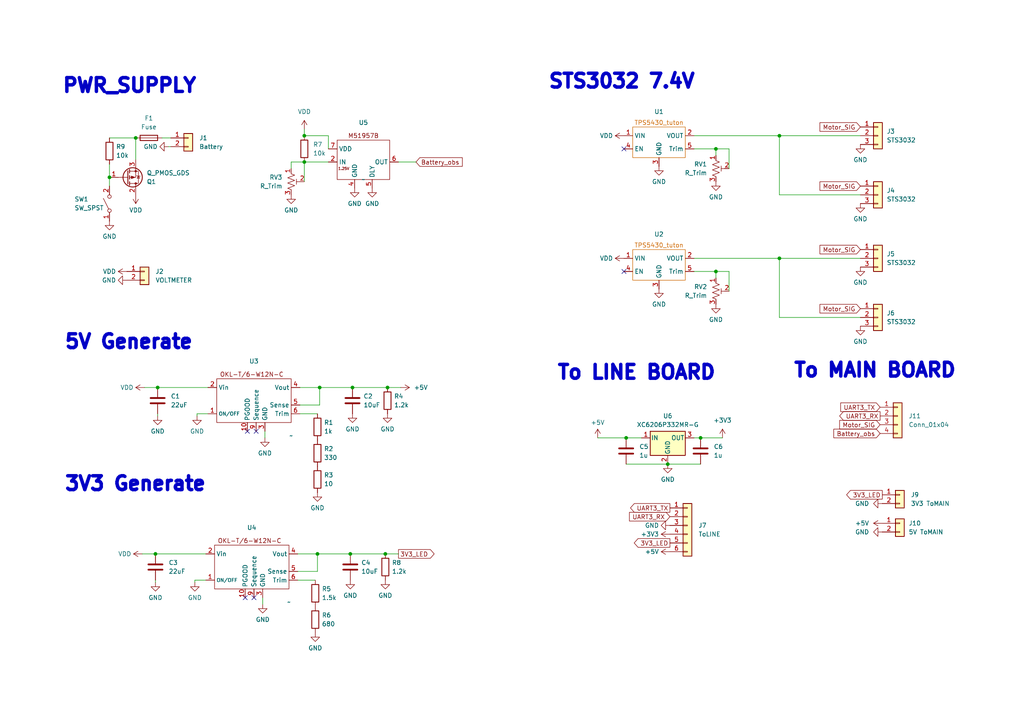
<source format=kicad_sch>
(kicad_sch (version 20230121) (generator eeschema)

  (uuid 88b1ede4-99cb-4604-8dda-0ab246c2fd79)

  (paper "A4")

  (lib_symbols
    (symbol "Connector_Generic:Conn_01x02" (pin_names (offset 1.016) hide) (in_bom yes) (on_board yes)
      (property "Reference" "J" (at 0 2.54 0)
        (effects (font (size 1.27 1.27)))
      )
      (property "Value" "Conn_01x02" (at 0 -5.08 0)
        (effects (font (size 1.27 1.27)))
      )
      (property "Footprint" "" (at 0 0 0)
        (effects (font (size 1.27 1.27)) hide)
      )
      (property "Datasheet" "~" (at 0 0 0)
        (effects (font (size 1.27 1.27)) hide)
      )
      (property "ki_keywords" "connector" (at 0 0 0)
        (effects (font (size 1.27 1.27)) hide)
      )
      (property "ki_description" "Generic connector, single row, 01x02, script generated (kicad-library-utils/schlib/autogen/connector/)" (at 0 0 0)
        (effects (font (size 1.27 1.27)) hide)
      )
      (property "ki_fp_filters" "Connector*:*_1x??_*" (at 0 0 0)
        (effects (font (size 1.27 1.27)) hide)
      )
      (symbol "Conn_01x02_1_1"
        (rectangle (start -1.27 -2.413) (end 0 -2.667)
          (stroke (width 0.1524) (type default))
          (fill (type none))
        )
        (rectangle (start -1.27 0.127) (end 0 -0.127)
          (stroke (width 0.1524) (type default))
          (fill (type none))
        )
        (rectangle (start -1.27 1.27) (end 1.27 -3.81)
          (stroke (width 0.254) (type default))
          (fill (type background))
        )
        (pin passive line (at -5.08 0 0) (length 3.81)
          (name "Pin_1" (effects (font (size 1.27 1.27))))
          (number "1" (effects (font (size 1.27 1.27))))
        )
        (pin passive line (at -5.08 -2.54 0) (length 3.81)
          (name "Pin_2" (effects (font (size 1.27 1.27))))
          (number "2" (effects (font (size 1.27 1.27))))
        )
      )
    )
    (symbol "Connector_Generic:Conn_01x03" (pin_names (offset 1.016) hide) (in_bom yes) (on_board yes)
      (property "Reference" "J" (at 0 5.08 0)
        (effects (font (size 1.27 1.27)))
      )
      (property "Value" "Conn_01x03" (at 0 -5.08 0)
        (effects (font (size 1.27 1.27)))
      )
      (property "Footprint" "" (at 0 0 0)
        (effects (font (size 1.27 1.27)) hide)
      )
      (property "Datasheet" "~" (at 0 0 0)
        (effects (font (size 1.27 1.27)) hide)
      )
      (property "ki_keywords" "connector" (at 0 0 0)
        (effects (font (size 1.27 1.27)) hide)
      )
      (property "ki_description" "Generic connector, single row, 01x03, script generated (kicad-library-utils/schlib/autogen/connector/)" (at 0 0 0)
        (effects (font (size 1.27 1.27)) hide)
      )
      (property "ki_fp_filters" "Connector*:*_1x??_*" (at 0 0 0)
        (effects (font (size 1.27 1.27)) hide)
      )
      (symbol "Conn_01x03_1_1"
        (rectangle (start -1.27 -2.413) (end 0 -2.667)
          (stroke (width 0.1524) (type default))
          (fill (type none))
        )
        (rectangle (start -1.27 0.127) (end 0 -0.127)
          (stroke (width 0.1524) (type default))
          (fill (type none))
        )
        (rectangle (start -1.27 2.667) (end 0 2.413)
          (stroke (width 0.1524) (type default))
          (fill (type none))
        )
        (rectangle (start -1.27 3.81) (end 1.27 -3.81)
          (stroke (width 0.254) (type default))
          (fill (type background))
        )
        (pin passive line (at -5.08 2.54 0) (length 3.81)
          (name "Pin_1" (effects (font (size 1.27 1.27))))
          (number "1" (effects (font (size 1.27 1.27))))
        )
        (pin passive line (at -5.08 0 0) (length 3.81)
          (name "Pin_2" (effects (font (size 1.27 1.27))))
          (number "2" (effects (font (size 1.27 1.27))))
        )
        (pin passive line (at -5.08 -2.54 0) (length 3.81)
          (name "Pin_3" (effects (font (size 1.27 1.27))))
          (number "3" (effects (font (size 1.27 1.27))))
        )
      )
    )
    (symbol "Connector_Generic:Conn_01x04" (pin_names (offset 1.016) hide) (in_bom yes) (on_board yes)
      (property "Reference" "J" (at 0 5.08 0)
        (effects (font (size 1.27 1.27)))
      )
      (property "Value" "Conn_01x04" (at 0 -7.62 0)
        (effects (font (size 1.27 1.27)))
      )
      (property "Footprint" "" (at 0 0 0)
        (effects (font (size 1.27 1.27)) hide)
      )
      (property "Datasheet" "~" (at 0 0 0)
        (effects (font (size 1.27 1.27)) hide)
      )
      (property "ki_keywords" "connector" (at 0 0 0)
        (effects (font (size 1.27 1.27)) hide)
      )
      (property "ki_description" "Generic connector, single row, 01x04, script generated (kicad-library-utils/schlib/autogen/connector/)" (at 0 0 0)
        (effects (font (size 1.27 1.27)) hide)
      )
      (property "ki_fp_filters" "Connector*:*_1x??_*" (at 0 0 0)
        (effects (font (size 1.27 1.27)) hide)
      )
      (symbol "Conn_01x04_1_1"
        (rectangle (start -1.27 -4.953) (end 0 -5.207)
          (stroke (width 0.1524) (type default))
          (fill (type none))
        )
        (rectangle (start -1.27 -2.413) (end 0 -2.667)
          (stroke (width 0.1524) (type default))
          (fill (type none))
        )
        (rectangle (start -1.27 0.127) (end 0 -0.127)
          (stroke (width 0.1524) (type default))
          (fill (type none))
        )
        (rectangle (start -1.27 2.667) (end 0 2.413)
          (stroke (width 0.1524) (type default))
          (fill (type none))
        )
        (rectangle (start -1.27 3.81) (end 1.27 -6.35)
          (stroke (width 0.254) (type default))
          (fill (type background))
        )
        (pin passive line (at -5.08 2.54 0) (length 3.81)
          (name "Pin_1" (effects (font (size 1.27 1.27))))
          (number "1" (effects (font (size 1.27 1.27))))
        )
        (pin passive line (at -5.08 0 0) (length 3.81)
          (name "Pin_2" (effects (font (size 1.27 1.27))))
          (number "2" (effects (font (size 1.27 1.27))))
        )
        (pin passive line (at -5.08 -2.54 0) (length 3.81)
          (name "Pin_3" (effects (font (size 1.27 1.27))))
          (number "3" (effects (font (size 1.27 1.27))))
        )
        (pin passive line (at -5.08 -5.08 0) (length 3.81)
          (name "Pin_4" (effects (font (size 1.27 1.27))))
          (number "4" (effects (font (size 1.27 1.27))))
        )
      )
    )
    (symbol "Connector_Generic:Conn_01x06" (pin_names (offset 1.016) hide) (in_bom yes) (on_board yes)
      (property "Reference" "J" (at 0 7.62 0)
        (effects (font (size 1.27 1.27)))
      )
      (property "Value" "Conn_01x06" (at 0 -10.16 0)
        (effects (font (size 1.27 1.27)))
      )
      (property "Footprint" "" (at 0 0 0)
        (effects (font (size 1.27 1.27)) hide)
      )
      (property "Datasheet" "~" (at 0 0 0)
        (effects (font (size 1.27 1.27)) hide)
      )
      (property "ki_keywords" "connector" (at 0 0 0)
        (effects (font (size 1.27 1.27)) hide)
      )
      (property "ki_description" "Generic connector, single row, 01x06, script generated (kicad-library-utils/schlib/autogen/connector/)" (at 0 0 0)
        (effects (font (size 1.27 1.27)) hide)
      )
      (property "ki_fp_filters" "Connector*:*_1x??_*" (at 0 0 0)
        (effects (font (size 1.27 1.27)) hide)
      )
      (symbol "Conn_01x06_1_1"
        (rectangle (start -1.27 -7.493) (end 0 -7.747)
          (stroke (width 0.1524) (type default))
          (fill (type none))
        )
        (rectangle (start -1.27 -4.953) (end 0 -5.207)
          (stroke (width 0.1524) (type default))
          (fill (type none))
        )
        (rectangle (start -1.27 -2.413) (end 0 -2.667)
          (stroke (width 0.1524) (type default))
          (fill (type none))
        )
        (rectangle (start -1.27 0.127) (end 0 -0.127)
          (stroke (width 0.1524) (type default))
          (fill (type none))
        )
        (rectangle (start -1.27 2.667) (end 0 2.413)
          (stroke (width 0.1524) (type default))
          (fill (type none))
        )
        (rectangle (start -1.27 5.207) (end 0 4.953)
          (stroke (width 0.1524) (type default))
          (fill (type none))
        )
        (rectangle (start -1.27 6.35) (end 1.27 -8.89)
          (stroke (width 0.254) (type default))
          (fill (type background))
        )
        (pin passive line (at -5.08 5.08 0) (length 3.81)
          (name "Pin_1" (effects (font (size 1.27 1.27))))
          (number "1" (effects (font (size 1.27 1.27))))
        )
        (pin passive line (at -5.08 2.54 0) (length 3.81)
          (name "Pin_2" (effects (font (size 1.27 1.27))))
          (number "2" (effects (font (size 1.27 1.27))))
        )
        (pin passive line (at -5.08 0 0) (length 3.81)
          (name "Pin_3" (effects (font (size 1.27 1.27))))
          (number "3" (effects (font (size 1.27 1.27))))
        )
        (pin passive line (at -5.08 -2.54 0) (length 3.81)
          (name "Pin_4" (effects (font (size 1.27 1.27))))
          (number "4" (effects (font (size 1.27 1.27))))
        )
        (pin passive line (at -5.08 -5.08 0) (length 3.81)
          (name "Pin_5" (effects (font (size 1.27 1.27))))
          (number "5" (effects (font (size 1.27 1.27))))
        )
        (pin passive line (at -5.08 -7.62 0) (length 3.81)
          (name "Pin_6" (effects (font (size 1.27 1.27))))
          (number "6" (effects (font (size 1.27 1.27))))
        )
      )
    )
    (symbol "Device:C" (pin_numbers hide) (pin_names (offset 0.254)) (in_bom yes) (on_board yes)
      (property "Reference" "C" (at 0.635 2.54 0)
        (effects (font (size 1.27 1.27)) (justify left))
      )
      (property "Value" "C" (at 0.635 -2.54 0)
        (effects (font (size 1.27 1.27)) (justify left))
      )
      (property "Footprint" "" (at 0.9652 -3.81 0)
        (effects (font (size 1.27 1.27)) hide)
      )
      (property "Datasheet" "~" (at 0 0 0)
        (effects (font (size 1.27 1.27)) hide)
      )
      (property "ki_keywords" "cap capacitor" (at 0 0 0)
        (effects (font (size 1.27 1.27)) hide)
      )
      (property "ki_description" "Unpolarized capacitor" (at 0 0 0)
        (effects (font (size 1.27 1.27)) hide)
      )
      (property "ki_fp_filters" "C_*" (at 0 0 0)
        (effects (font (size 1.27 1.27)) hide)
      )
      (symbol "C_0_1"
        (polyline
          (pts
            (xy -2.032 -0.762)
            (xy 2.032 -0.762)
          )
          (stroke (width 0.508) (type default))
          (fill (type none))
        )
        (polyline
          (pts
            (xy -2.032 0.762)
            (xy 2.032 0.762)
          )
          (stroke (width 0.508) (type default))
          (fill (type none))
        )
      )
      (symbol "C_1_1"
        (pin passive line (at 0 3.81 270) (length 2.794)
          (name "~" (effects (font (size 1.27 1.27))))
          (number "1" (effects (font (size 1.27 1.27))))
        )
        (pin passive line (at 0 -3.81 90) (length 2.794)
          (name "~" (effects (font (size 1.27 1.27))))
          (number "2" (effects (font (size 1.27 1.27))))
        )
      )
    )
    (symbol "Device:Fuse" (pin_numbers hide) (pin_names (offset 0)) (in_bom yes) (on_board yes)
      (property "Reference" "F" (at 2.032 0 90)
        (effects (font (size 1.27 1.27)))
      )
      (property "Value" "Fuse" (at -1.905 0 90)
        (effects (font (size 1.27 1.27)))
      )
      (property "Footprint" "" (at -1.778 0 90)
        (effects (font (size 1.27 1.27)) hide)
      )
      (property "Datasheet" "~" (at 0 0 0)
        (effects (font (size 1.27 1.27)) hide)
      )
      (property "ki_keywords" "fuse" (at 0 0 0)
        (effects (font (size 1.27 1.27)) hide)
      )
      (property "ki_description" "Fuse" (at 0 0 0)
        (effects (font (size 1.27 1.27)) hide)
      )
      (property "ki_fp_filters" "*Fuse*" (at 0 0 0)
        (effects (font (size 1.27 1.27)) hide)
      )
      (symbol "Fuse_0_1"
        (rectangle (start -0.762 -2.54) (end 0.762 2.54)
          (stroke (width 0.254) (type default))
          (fill (type none))
        )
        (polyline
          (pts
            (xy 0 2.54)
            (xy 0 -2.54)
          )
          (stroke (width 0) (type default))
          (fill (type none))
        )
      )
      (symbol "Fuse_1_1"
        (pin passive line (at 0 3.81 270) (length 1.27)
          (name "~" (effects (font (size 1.27 1.27))))
          (number "1" (effects (font (size 1.27 1.27))))
        )
        (pin passive line (at 0 -3.81 90) (length 1.27)
          (name "~" (effects (font (size 1.27 1.27))))
          (number "2" (effects (font (size 1.27 1.27))))
        )
      )
    )
    (symbol "Device:Q_PMOS_GDS" (pin_names (offset 0) hide) (in_bom yes) (on_board yes)
      (property "Reference" "Q" (at 5.08 1.27 0)
        (effects (font (size 1.27 1.27)) (justify left))
      )
      (property "Value" "Q_PMOS_GDS" (at 5.08 -1.27 0)
        (effects (font (size 1.27 1.27)) (justify left))
      )
      (property "Footprint" "" (at 5.08 2.54 0)
        (effects (font (size 1.27 1.27)) hide)
      )
      (property "Datasheet" "~" (at 0 0 0)
        (effects (font (size 1.27 1.27)) hide)
      )
      (property "ki_keywords" "transistor PMOS P-MOS P-MOSFET" (at 0 0 0)
        (effects (font (size 1.27 1.27)) hide)
      )
      (property "ki_description" "P-MOSFET transistor, gate/drain/source" (at 0 0 0)
        (effects (font (size 1.27 1.27)) hide)
      )
      (symbol "Q_PMOS_GDS_0_1"
        (polyline
          (pts
            (xy 0.254 0)
            (xy -2.54 0)
          )
          (stroke (width 0) (type default))
          (fill (type none))
        )
        (polyline
          (pts
            (xy 0.254 1.905)
            (xy 0.254 -1.905)
          )
          (stroke (width 0.254) (type default))
          (fill (type none))
        )
        (polyline
          (pts
            (xy 0.762 -1.27)
            (xy 0.762 -2.286)
          )
          (stroke (width 0.254) (type default))
          (fill (type none))
        )
        (polyline
          (pts
            (xy 0.762 0.508)
            (xy 0.762 -0.508)
          )
          (stroke (width 0.254) (type default))
          (fill (type none))
        )
        (polyline
          (pts
            (xy 0.762 2.286)
            (xy 0.762 1.27)
          )
          (stroke (width 0.254) (type default))
          (fill (type none))
        )
        (polyline
          (pts
            (xy 2.54 2.54)
            (xy 2.54 1.778)
          )
          (stroke (width 0) (type default))
          (fill (type none))
        )
        (polyline
          (pts
            (xy 2.54 -2.54)
            (xy 2.54 0)
            (xy 0.762 0)
          )
          (stroke (width 0) (type default))
          (fill (type none))
        )
        (polyline
          (pts
            (xy 0.762 1.778)
            (xy 3.302 1.778)
            (xy 3.302 -1.778)
            (xy 0.762 -1.778)
          )
          (stroke (width 0) (type default))
          (fill (type none))
        )
        (polyline
          (pts
            (xy 2.286 0)
            (xy 1.27 0.381)
            (xy 1.27 -0.381)
            (xy 2.286 0)
          )
          (stroke (width 0) (type default))
          (fill (type outline))
        )
        (polyline
          (pts
            (xy 2.794 -0.508)
            (xy 2.921 -0.381)
            (xy 3.683 -0.381)
            (xy 3.81 -0.254)
          )
          (stroke (width 0) (type default))
          (fill (type none))
        )
        (polyline
          (pts
            (xy 3.302 -0.381)
            (xy 2.921 0.254)
            (xy 3.683 0.254)
            (xy 3.302 -0.381)
          )
          (stroke (width 0) (type default))
          (fill (type none))
        )
        (circle (center 1.651 0) (radius 2.794)
          (stroke (width 0.254) (type default))
          (fill (type none))
        )
        (circle (center 2.54 -1.778) (radius 0.254)
          (stroke (width 0) (type default))
          (fill (type outline))
        )
        (circle (center 2.54 1.778) (radius 0.254)
          (stroke (width 0) (type default))
          (fill (type outline))
        )
      )
      (symbol "Q_PMOS_GDS_1_1"
        (pin input line (at -5.08 0 0) (length 2.54)
          (name "G" (effects (font (size 1.27 1.27))))
          (number "1" (effects (font (size 1.27 1.27))))
        )
        (pin passive line (at 2.54 5.08 270) (length 2.54)
          (name "D" (effects (font (size 1.27 1.27))))
          (number "2" (effects (font (size 1.27 1.27))))
        )
        (pin passive line (at 2.54 -5.08 90) (length 2.54)
          (name "S" (effects (font (size 1.27 1.27))))
          (number "3" (effects (font (size 1.27 1.27))))
        )
      )
    )
    (symbol "Device:R" (pin_numbers hide) (pin_names (offset 0)) (in_bom yes) (on_board yes)
      (property "Reference" "R" (at 2.032 0 90)
        (effects (font (size 1.27 1.27)))
      )
      (property "Value" "R" (at 0 0 90)
        (effects (font (size 1.27 1.27)))
      )
      (property "Footprint" "" (at -1.778 0 90)
        (effects (font (size 1.27 1.27)) hide)
      )
      (property "Datasheet" "~" (at 0 0 0)
        (effects (font (size 1.27 1.27)) hide)
      )
      (property "ki_keywords" "R res resistor" (at 0 0 0)
        (effects (font (size 1.27 1.27)) hide)
      )
      (property "ki_description" "Resistor" (at 0 0 0)
        (effects (font (size 1.27 1.27)) hide)
      )
      (property "ki_fp_filters" "R_*" (at 0 0 0)
        (effects (font (size 1.27 1.27)) hide)
      )
      (symbol "R_0_1"
        (rectangle (start -1.016 -2.54) (end 1.016 2.54)
          (stroke (width 0.254) (type default))
          (fill (type none))
        )
      )
      (symbol "R_1_1"
        (pin passive line (at 0 3.81 270) (length 1.27)
          (name "~" (effects (font (size 1.27 1.27))))
          (number "1" (effects (font (size 1.27 1.27))))
        )
        (pin passive line (at 0 -3.81 90) (length 1.27)
          (name "~" (effects (font (size 1.27 1.27))))
          (number "2" (effects (font (size 1.27 1.27))))
        )
      )
    )
    (symbol "Device:R_Potentiometer_Trim_US" (pin_names (offset 1.016) hide) (in_bom yes) (on_board yes)
      (property "Reference" "RV" (at -4.445 0 90)
        (effects (font (size 1.27 1.27)))
      )
      (property "Value" "R_Potentiometer_Trim_US" (at -2.54 0 90)
        (effects (font (size 1.27 1.27)))
      )
      (property "Footprint" "" (at 0 0 0)
        (effects (font (size 1.27 1.27)) hide)
      )
      (property "Datasheet" "~" (at 0 0 0)
        (effects (font (size 1.27 1.27)) hide)
      )
      (property "ki_keywords" "resistor variable trimpot trimmer" (at 0 0 0)
        (effects (font (size 1.27 1.27)) hide)
      )
      (property "ki_description" "Trim-potentiometer, US symbol" (at 0 0 0)
        (effects (font (size 1.27 1.27)) hide)
      )
      (property "ki_fp_filters" "Potentiometer*" (at 0 0 0)
        (effects (font (size 1.27 1.27)) hide)
      )
      (symbol "R_Potentiometer_Trim_US_0_1"
        (polyline
          (pts
            (xy 0 -2.286)
            (xy 0 -2.54)
          )
          (stroke (width 0) (type default))
          (fill (type none))
        )
        (polyline
          (pts
            (xy 0 2.286)
            (xy 0 2.54)
          )
          (stroke (width 0) (type default))
          (fill (type none))
        )
        (polyline
          (pts
            (xy 1.524 0.762)
            (xy 1.524 -0.762)
          )
          (stroke (width 0) (type default))
          (fill (type none))
        )
        (polyline
          (pts
            (xy 2.54 0)
            (xy 1.524 0)
          )
          (stroke (width 0) (type default))
          (fill (type none))
        )
        (polyline
          (pts
            (xy 0 -0.762)
            (xy 1.016 -1.143)
            (xy 0 -1.524)
            (xy -1.016 -1.905)
            (xy 0 -2.286)
          )
          (stroke (width 0) (type default))
          (fill (type none))
        )
        (polyline
          (pts
            (xy 0 0.762)
            (xy 1.016 0.381)
            (xy 0 0)
            (xy -1.016 -0.381)
            (xy 0 -0.762)
          )
          (stroke (width 0) (type default))
          (fill (type none))
        )
        (polyline
          (pts
            (xy 0 2.286)
            (xy 1.016 1.905)
            (xy 0 1.524)
            (xy -1.016 1.143)
            (xy 0 0.762)
          )
          (stroke (width 0) (type default))
          (fill (type none))
        )
      )
      (symbol "R_Potentiometer_Trim_US_1_1"
        (pin passive line (at 0 3.81 270) (length 1.27)
          (name "1" (effects (font (size 1.27 1.27))))
          (number "1" (effects (font (size 1.27 1.27))))
        )
        (pin passive line (at 3.81 0 180) (length 1.27)
          (name "2" (effects (font (size 1.27 1.27))))
          (number "2" (effects (font (size 1.27 1.27))))
        )
        (pin passive line (at 0 -3.81 90) (length 1.27)
          (name "3" (effects (font (size 1.27 1.27))))
          (number "3" (effects (font (size 1.27 1.27))))
        )
      )
    )
    (symbol "Regulator_Linear:L7805" (pin_names (offset 0.254)) (in_bom yes) (on_board yes)
      (property "Reference" "U" (at -3.81 3.175 0)
        (effects (font (size 1.27 1.27)))
      )
      (property "Value" "L7805" (at 0 3.175 0)
        (effects (font (size 1.27 1.27)) (justify left))
      )
      (property "Footprint" "" (at 0.635 -3.81 0)
        (effects (font (size 1.27 1.27) italic) (justify left) hide)
      )
      (property "Datasheet" "http://www.st.com/content/ccc/resource/technical/document/datasheet/41/4f/b3/b0/12/d4/47/88/CD00000444.pdf/files/CD00000444.pdf/jcr:content/translations/en.CD00000444.pdf" (at 0 -1.27 0)
        (effects (font (size 1.27 1.27)) hide)
      )
      (property "ki_keywords" "Voltage Regulator 1.5A Positive" (at 0 0 0)
        (effects (font (size 1.27 1.27)) hide)
      )
      (property "ki_description" "Positive 1.5A 35V Linear Regulator, Fixed Output 5V, TO-220/TO-263/TO-252" (at 0 0 0)
        (effects (font (size 1.27 1.27)) hide)
      )
      (property "ki_fp_filters" "TO?252* TO?263* TO?220*" (at 0 0 0)
        (effects (font (size 1.27 1.27)) hide)
      )
      (symbol "L7805_0_1"
        (rectangle (start -5.08 1.905) (end 5.08 -5.08)
          (stroke (width 0.254) (type default))
          (fill (type background))
        )
      )
      (symbol "L7805_1_1"
        (pin power_in line (at -7.62 0 0) (length 2.54)
          (name "IN" (effects (font (size 1.27 1.27))))
          (number "1" (effects (font (size 1.27 1.27))))
        )
        (pin power_in line (at 0 -7.62 90) (length 2.54)
          (name "GND" (effects (font (size 1.27 1.27))))
          (number "2" (effects (font (size 1.27 1.27))))
        )
        (pin power_out line (at 7.62 0 180) (length 2.54)
          (name "OUT" (effects (font (size 1.27 1.27))))
          (number "3" (effects (font (size 1.27 1.27))))
        )
      )
    )
    (symbol "Switch:SW_SPST" (pin_names (offset 0) hide) (in_bom yes) (on_board yes)
      (property "Reference" "SW" (at 0 3.175 0)
        (effects (font (size 1.27 1.27)))
      )
      (property "Value" "SW_SPST" (at 0 -2.54 0)
        (effects (font (size 1.27 1.27)))
      )
      (property "Footprint" "" (at 0 0 0)
        (effects (font (size 1.27 1.27)) hide)
      )
      (property "Datasheet" "~" (at 0 0 0)
        (effects (font (size 1.27 1.27)) hide)
      )
      (property "ki_keywords" "switch lever" (at 0 0 0)
        (effects (font (size 1.27 1.27)) hide)
      )
      (property "ki_description" "Single Pole Single Throw (SPST) switch" (at 0 0 0)
        (effects (font (size 1.27 1.27)) hide)
      )
      (symbol "SW_SPST_0_0"
        (circle (center -2.032 0) (radius 0.508)
          (stroke (width 0) (type default))
          (fill (type none))
        )
        (polyline
          (pts
            (xy -1.524 0.254)
            (xy 1.524 1.778)
          )
          (stroke (width 0) (type default))
          (fill (type none))
        )
        (circle (center 2.032 0) (radius 0.508)
          (stroke (width 0) (type default))
          (fill (type none))
        )
      )
      (symbol "SW_SPST_1_1"
        (pin passive line (at -5.08 0 0) (length 2.54)
          (name "A" (effects (font (size 1.27 1.27))))
          (number "1" (effects (font (size 1.27 1.27))))
        )
        (pin passive line (at 5.08 0 180) (length 2.54)
          (name "B" (effects (font (size 1.27 1.27))))
          (number "2" (effects (font (size 1.27 1.27))))
        )
      )
    )
    (symbol "akiduki:M51957B" (in_bom yes) (on_board yes)
      (property "Reference" "U" (at 8.89 1.27 0)
        (effects (font (size 1.27 1.27)))
      )
      (property "Value" "" (at 0 0 0)
        (effects (font (size 1.27 1.27)))
      )
      (property "Footprint" "" (at 0 0 0)
        (effects (font (size 1.27 1.27)) hide)
      )
      (property "Datasheet" "" (at 0 0 0)
        (effects (font (size 1.27 1.27)) hide)
      )
      (symbol "M51957B_0_1"
        (rectangle (start -7.62 11.43) (end 7.62 0)
          (stroke (width 0) (type default))
          (fill (type none))
        )
      )
      (symbol "M51957B_1_1"
        (text "1.25V" (at -5.715 3.175 0)
          (effects (font (size 0.762 0.762)))
        )
        (text "M51957B\n" (at 0 12.7 0)
          (effects (font (size 1.27 1.27)))
        )
        (pin no_connect line (at 10.16 2.54 180) (length 2.54) hide
          (name "NC" (effects (font (size 1.27 1.27))))
          (number "1" (effects (font (size 1.27 1.27))))
        )
        (pin input line (at -10.16 5.08 0) (length 2.54)
          (name "IN" (effects (font (size 1.27 1.27))))
          (number "2" (effects (font (size 1.27 1.27))))
        )
        (pin no_connect line (at 10.16 10.16 180) (length 2.54) hide
          (name "NC" (effects (font (size 1.27 1.27))))
          (number "3" (effects (font (size 1.27 1.27))))
        )
        (pin power_in line (at -2.54 -2.54 90) (length 2.54)
          (name "GND" (effects (font (size 1.27 1.27))))
          (number "4" (effects (font (size 1.27 1.27))))
        )
        (pin input line (at 2.54 -2.54 90) (length 2.54)
          (name "DLY" (effects (font (size 1.27 1.27))))
          (number "5" (effects (font (size 1.27 1.27))))
        )
        (pin output line (at 10.16 5.08 180) (length 2.54)
          (name "OUT" (effects (font (size 1.27 1.27))))
          (number "6" (effects (font (size 1.27 1.27))))
        )
        (pin power_in line (at -10.16 8.89 0) (length 2.54)
          (name "VDD" (effects (font (size 1.27 1.27))))
          (number "7" (effects (font (size 1.27 1.27))))
        )
        (pin no_connect line (at 10.16 7.62 180) (length 2.54) hide
          (name "NC" (effects (font (size 1.27 1.27))))
          (number "8" (effects (font (size 1.27 1.27))))
        )
      )
    )
    (symbol "akiduki:OKL-T/6-W12N-C" (in_bom yes) (on_board yes)
      (property "Reference" "U" (at 10.16 11.43 0)
        (effects (font (size 1.27 1.27)))
      )
      (property "Value" "" (at 10.16 -6.35 0)
        (effects (font (size 1.27 1.27)))
      )
      (property "Footprint" "Akiduki:OKL-T6-W12N-C" (at 15.875 -4.445 0)
        (effects (font (size 1.27 1.27)) hide)
      )
      (property "Datasheet" "" (at 10.16 -6.35 0)
        (effects (font (size 1.27 1.27)) hide)
      )
      (symbol "OKL-T/6-W12N-C_1_1"
        (rectangle (start 10.16 -2.54) (end -11.43 10.16)
          (stroke (width 0) (type default))
          (fill (type none))
        )
        (text "OKL-T/6-W12N-C" (at -1.27 11.43 0)
          (effects (font (size 1.27 1.27)))
        )
        (pin input line (at -13.97 0 0) (length 2.54)
          (name "ON/OFF" (effects (font (size 1.016 1.016))))
          (number "1" (effects (font (size 1.27 1.27))))
        )
        (pin passive line (at -2.54 -5.08 90) (length 2.54)
          (name "PGOOD" (effects (font (size 1.27 1.27))))
          (number "10" (effects (font (size 1.27 1.27))))
        )
        (pin no_connect line (at -13.97 2.54 0) (length 2.54) hide
          (name "N.C." (effects (font (size 1.27 1.27))))
          (number "11" (effects (font (size 1.27 1.27))))
        )
        (pin no_connect line (at 12.7 5.08 180) (length 2.54) hide
          (name "N.C." (effects (font (size 1.27 1.27))))
          (number "12" (effects (font (size 1.27 1.27))))
        )
        (pin power_in line (at -13.97 7.62 0) (length 2.54)
          (name "Vin" (effects (font (size 1.27 1.27))))
          (number "2" (effects (font (size 1.27 1.27))))
        )
        (pin power_in line (at 2.54 -5.08 90) (length 2.54)
          (name "GND" (effects (font (size 1.27 1.27))))
          (number "3" (effects (font (size 1.27 1.27))))
        )
        (pin power_out line (at 12.7 7.62 180) (length 2.54)
          (name "Vout" (effects (font (size 1.27 1.27))))
          (number "4" (effects (font (size 1.27 1.27))))
        )
        (pin input line (at 12.7 2.54 180) (length 2.54)
          (name "Sense" (effects (font (size 1.27 1.27))))
          (number "5" (effects (font (size 1.27 1.27))))
        )
        (pin input line (at 12.7 0 180) (length 2.54)
          (name "Trim" (effects (font (size 1.27 1.27))))
          (number "6" (effects (font (size 1.27 1.27))))
        )
        (pin power_in line (at 2.54 -5.08 90) (length 2.54) hide
          (name "GND" (effects (font (size 1.27 1.27))))
          (number "7" (effects (font (size 1.27 1.27))))
        )
        (pin no_connect line (at -13.97 5.08 0) (length 2.54) hide
          (name "N.C." (effects (font (size 1.27 1.27))))
          (number "8" (effects (font (size 1.27 1.27))))
        )
        (pin passive line (at 0 -5.08 90) (length 2.54)
          (name "Sequence" (effects (font (size 1.27 1.27))))
          (number "9" (effects (font (size 1.27 1.27))))
        )
      )
    )
    (symbol "power:+3V3" (power) (pin_names (offset 0)) (in_bom yes) (on_board yes)
      (property "Reference" "#PWR" (at 0 -3.81 0)
        (effects (font (size 1.27 1.27)) hide)
      )
      (property "Value" "+3V3" (at 0 3.556 0)
        (effects (font (size 1.27 1.27)))
      )
      (property "Footprint" "" (at 0 0 0)
        (effects (font (size 1.27 1.27)) hide)
      )
      (property "Datasheet" "" (at 0 0 0)
        (effects (font (size 1.27 1.27)) hide)
      )
      (property "ki_keywords" "global power" (at 0 0 0)
        (effects (font (size 1.27 1.27)) hide)
      )
      (property "ki_description" "Power symbol creates a global label with name \"+3V3\"" (at 0 0 0)
        (effects (font (size 1.27 1.27)) hide)
      )
      (symbol "+3V3_0_1"
        (polyline
          (pts
            (xy -0.762 1.27)
            (xy 0 2.54)
          )
          (stroke (width 0) (type default))
          (fill (type none))
        )
        (polyline
          (pts
            (xy 0 0)
            (xy 0 2.54)
          )
          (stroke (width 0) (type default))
          (fill (type none))
        )
        (polyline
          (pts
            (xy 0 2.54)
            (xy 0.762 1.27)
          )
          (stroke (width 0) (type default))
          (fill (type none))
        )
      )
      (symbol "+3V3_1_1"
        (pin power_in line (at 0 0 90) (length 0) hide
          (name "+3V3" (effects (font (size 1.27 1.27))))
          (number "1" (effects (font (size 1.27 1.27))))
        )
      )
    )
    (symbol "power:+5V" (power) (pin_names (offset 0)) (in_bom yes) (on_board yes)
      (property "Reference" "#PWR" (at 0 -3.81 0)
        (effects (font (size 1.27 1.27)) hide)
      )
      (property "Value" "+5V" (at 0 3.556 0)
        (effects (font (size 1.27 1.27)))
      )
      (property "Footprint" "" (at 0 0 0)
        (effects (font (size 1.27 1.27)) hide)
      )
      (property "Datasheet" "" (at 0 0 0)
        (effects (font (size 1.27 1.27)) hide)
      )
      (property "ki_keywords" "global power" (at 0 0 0)
        (effects (font (size 1.27 1.27)) hide)
      )
      (property "ki_description" "Power symbol creates a global label with name \"+5V\"" (at 0 0 0)
        (effects (font (size 1.27 1.27)) hide)
      )
      (symbol "+5V_0_1"
        (polyline
          (pts
            (xy -0.762 1.27)
            (xy 0 2.54)
          )
          (stroke (width 0) (type default))
          (fill (type none))
        )
        (polyline
          (pts
            (xy 0 0)
            (xy 0 2.54)
          )
          (stroke (width 0) (type default))
          (fill (type none))
        )
        (polyline
          (pts
            (xy 0 2.54)
            (xy 0.762 1.27)
          )
          (stroke (width 0) (type default))
          (fill (type none))
        )
      )
      (symbol "+5V_1_1"
        (pin power_in line (at 0 0 90) (length 0) hide
          (name "+5V" (effects (font (size 1.27 1.27))))
          (number "1" (effects (font (size 1.27 1.27))))
        )
      )
    )
    (symbol "power:GND" (power) (pin_names (offset 0)) (in_bom yes) (on_board yes)
      (property "Reference" "#PWR" (at 0 -6.35 0)
        (effects (font (size 1.27 1.27)) hide)
      )
      (property "Value" "GND" (at 0 -3.81 0)
        (effects (font (size 1.27 1.27)))
      )
      (property "Footprint" "" (at 0 0 0)
        (effects (font (size 1.27 1.27)) hide)
      )
      (property "Datasheet" "" (at 0 0 0)
        (effects (font (size 1.27 1.27)) hide)
      )
      (property "ki_keywords" "global power" (at 0 0 0)
        (effects (font (size 1.27 1.27)) hide)
      )
      (property "ki_description" "Power symbol creates a global label with name \"GND\" , ground" (at 0 0 0)
        (effects (font (size 1.27 1.27)) hide)
      )
      (symbol "GND_0_1"
        (polyline
          (pts
            (xy 0 0)
            (xy 0 -1.27)
            (xy 1.27 -1.27)
            (xy 0 -2.54)
            (xy -1.27 -1.27)
            (xy 0 -1.27)
          )
          (stroke (width 0) (type default))
          (fill (type none))
        )
      )
      (symbol "GND_1_1"
        (pin power_in line (at 0 0 270) (length 0) hide
          (name "GND" (effects (font (size 1.27 1.27))))
          (number "1" (effects (font (size 1.27 1.27))))
        )
      )
    )
    (symbol "power:VDD" (power) (pin_names (offset 0)) (in_bom yes) (on_board yes)
      (property "Reference" "#PWR" (at 0 -3.81 0)
        (effects (font (size 1.27 1.27)) hide)
      )
      (property "Value" "VDD" (at 0 3.81 0)
        (effects (font (size 1.27 1.27)))
      )
      (property "Footprint" "" (at 0 0 0)
        (effects (font (size 1.27 1.27)) hide)
      )
      (property "Datasheet" "" (at 0 0 0)
        (effects (font (size 1.27 1.27)) hide)
      )
      (property "ki_keywords" "global power" (at 0 0 0)
        (effects (font (size 1.27 1.27)) hide)
      )
      (property "ki_description" "Power symbol creates a global label with name \"VDD\"" (at 0 0 0)
        (effects (font (size 1.27 1.27)) hide)
      )
      (symbol "VDD_0_1"
        (polyline
          (pts
            (xy -0.762 1.27)
            (xy 0 2.54)
          )
          (stroke (width 0) (type default))
          (fill (type none))
        )
        (polyline
          (pts
            (xy 0 0)
            (xy 0 2.54)
          )
          (stroke (width 0) (type default))
          (fill (type none))
        )
        (polyline
          (pts
            (xy 0 2.54)
            (xy 0.762 1.27)
          )
          (stroke (width 0) (type default))
          (fill (type none))
        )
      )
      (symbol "VDD_1_1"
        (pin power_in line (at 0 0 90) (length 0) hide
          (name "VDD" (effects (font (size 1.27 1.27))))
          (number "1" (effects (font (size 1.27 1.27))))
        )
      )
    )
    (symbol "tuton_module:TPS5430_module" (in_bom yes) (on_board yes)
      (property "Reference" "U" (at 3.81 -3.81 0)
        (effects (font (size 1.27 1.27)))
      )
      (property "Value" "" (at 0 0 0)
        (effects (font (size 1.27 1.27)))
      )
      (property "Footprint" "" (at 0 0 0)
        (effects (font (size 1.27 1.27)) hide)
      )
      (property "Datasheet" "" (at 0 0 0)
        (effects (font (size 1.27 1.27)) hide)
      )
      (symbol "TPS5430_module_1_1"
        (rectangle (start -7.62 6.35) (end 7.62 -2.54)
          (stroke (width 0) (type default) (color 204 102 0 1))
          (fill (type none))
        )
        (text "TPS5430_tuton" (at 0 7.62 0)
          (effects (font (size 1.27 1.27) (color 204 102 0 1)))
        )
        (pin power_in line (at -10.16 3.81 0) (length 2.54)
          (name "VIN" (effects (font (size 1.27 1.27))))
          (number "1" (effects (font (size 1.27 1.27))))
        )
        (pin power_out line (at 10.16 3.81 180) (length 2.54)
          (name "VOUT" (effects (font (size 1.27 1.27))))
          (number "2" (effects (font (size 1.27 1.27))))
        )
        (pin power_in line (at 0 -5.08 90) (length 2.54)
          (name "GND" (effects (font (size 1.27 1.27))))
          (number "3" (effects (font (size 1.27 1.27))))
        )
        (pin input line (at -10.16 0 0) (length 2.54)
          (name "EN" (effects (font (size 1.27 1.27))))
          (number "4" (effects (font (size 1.27 1.27))))
        )
        (pin input line (at 10.16 0 180) (length 2.54)
          (name "Trim" (effects (font (size 1.27 1.27))))
          (number "5" (effects (font (size 1.27 1.27))))
        )
      )
    )
  )

  (junction (at 45.72 112.395) (diameter 0) (color 0 0 0 0)
    (uuid 15e168e3-dd45-45b1-aeb4-ecf098e1fb45)
  )
  (junction (at 39.37 40.005) (diameter 0) (color 0 0 0 0)
    (uuid 1e14ce21-6c3e-4bfe-b607-960a10a2ea05)
  )
  (junction (at 102.235 112.395) (diameter 0) (color 0 0 0 0)
    (uuid 2093f3cb-ec9e-4d6c-b27d-075560e602e8)
  )
  (junction (at 111.76 160.655) (diameter 0) (color 0 0 0 0)
    (uuid 24c588ad-c051-434f-b07b-756fe1d2a92c)
  )
  (junction (at 226.06 74.93) (diameter 0) (color 0 0 0 0)
    (uuid 2bada34e-3dd3-4caa-abf0-12db16ebe893)
  )
  (junction (at 92.71 112.395) (diameter 0) (color 0 0 0 0)
    (uuid 31accb53-5c8b-4458-816e-c305cc18b06f)
  )
  (junction (at 112.395 112.395) (diameter 0) (color 0 0 0 0)
    (uuid 3acd0293-c452-4b35-bee1-a94a2f2c7781)
  )
  (junction (at 101.6 160.655) (diameter 0) (color 0 0 0 0)
    (uuid 42227b36-1394-469f-8bd1-099d072ecd8a)
  )
  (junction (at 45.085 160.655) (diameter 0) (color 0 0 0 0)
    (uuid 587a154b-b741-4072-b6a2-77e7395c8c2f)
  )
  (junction (at 92.075 160.655) (diameter 0) (color 0 0 0 0)
    (uuid 6b49d6a1-64c7-4289-b673-b2ad62e16f0e)
  )
  (junction (at 181.61 127) (diameter 0) (color 0 0 0 0)
    (uuid 85bd8673-2e96-44c8-a90a-724e4e723258)
  )
  (junction (at 193.675 134.62) (diameter 0) (color 0 0 0 0)
    (uuid b56ac47d-1f9c-404a-a7e8-d4f9ff01315c)
  )
  (junction (at 203.2 127) (diameter 0) (color 0 0 0 0)
    (uuid c0793c47-3260-403e-8a9f-29465b48f34d)
  )
  (junction (at 207.645 78.74) (diameter 0) (color 0 0 0 0)
    (uuid c8d2cd35-6cca-4e3d-b7e1-7657aa17ce4d)
  )
  (junction (at 226.06 39.37) (diameter 0) (color 0 0 0 0)
    (uuid cc6d12fb-f42e-4510-8998-f2aff9f51234)
  )
  (junction (at 207.645 43.18) (diameter 0) (color 0 0 0 0)
    (uuid d3dbf0f3-3da3-41e3-b65a-401b3bed334a)
  )
  (junction (at 88.265 46.99) (diameter 0) (color 0 0 0 0)
    (uuid f4abf3f7-cba2-433e-aef1-5a61bb1813b2)
  )
  (junction (at 88.265 39.37) (diameter 0) (color 0 0 0 0)
    (uuid ff8108ee-92aa-4866-91fd-5a1c3deff288)
  )
  (junction (at 31.75 51.435) (diameter 0) (color 0 0 0 0)
    (uuid fff2d2cd-fd81-4fbc-89e1-408a433ed96c)
  )

  (no_connect (at 180.975 78.74) (uuid 474e7c82-8ccf-4524-b18c-e85bd6590940))
  (no_connect (at 71.12 173.355) (uuid 503e90cf-a966-459f-94c1-8dd4bb0e3075))
  (no_connect (at 180.975 43.18) (uuid 5250a3ab-d8ef-499c-8ada-a112d565d6a9))
  (no_connect (at 73.66 173.355) (uuid 65384580-0eef-4ea7-8623-321c1bbf30cf))
  (no_connect (at 71.755 125.095) (uuid 874ac6dd-59a6-47f2-8fa6-4320d9f81eba))
  (no_connect (at 74.295 125.095) (uuid c17fadc0-2eff-459f-ae5a-ab3044c88c87))

  (wire (pts (xy 56.515 168.91) (xy 56.515 168.275))
    (stroke (width 0) (type default))
    (uuid 0a32a705-98fc-4cfa-8f57-86cc5a283964)
  )
  (wire (pts (xy 45.72 112.395) (xy 60.325 112.395))
    (stroke (width 0) (type default))
    (uuid 0dd8feb4-2599-49f9-9f72-298ffa0e73aa)
  )
  (wire (pts (xy 201.295 74.93) (xy 226.06 74.93))
    (stroke (width 0) (type default))
    (uuid 0e03c2e5-0d37-4d58-9655-92110fc09da5)
  )
  (wire (pts (xy 39.37 40.005) (xy 39.37 46.355))
    (stroke (width 0) (type default))
    (uuid 1043141c-0619-4fc4-bbf0-b5c6b6ccd72f)
  )
  (wire (pts (xy 49.53 40.005) (xy 46.99 40.005))
    (stroke (width 0) (type default))
    (uuid 1acda2bb-64c0-4a8a-a2ed-a3d9f9044aaa)
  )
  (wire (pts (xy 92.71 112.395) (xy 102.235 112.395))
    (stroke (width 0) (type default))
    (uuid 1b74fe40-ecfd-4d74-a780-0ffb5d24ec0a)
  )
  (wire (pts (xy 92.71 117.475) (xy 92.71 112.395))
    (stroke (width 0) (type default))
    (uuid 202f72bc-7757-4a2d-a145-dcfb3d74d108)
  )
  (wire (pts (xy 112.395 112.395) (xy 116.205 112.395))
    (stroke (width 0) (type default))
    (uuid 2a5c1bca-e9d7-4464-8be7-2366a6b313a8)
  )
  (wire (pts (xy 92.075 165.735) (xy 92.075 160.655))
    (stroke (width 0) (type default))
    (uuid 2b050f5a-2d0f-4275-869e-2a15e8c57351)
  )
  (wire (pts (xy 226.06 74.93) (xy 249.555 74.93))
    (stroke (width 0) (type default))
    (uuid 2b7e3ab9-10c1-4cb3-a49e-e6f3711af9bd)
  )
  (wire (pts (xy 84.455 46.99) (xy 84.455 48.895))
    (stroke (width 0) (type default))
    (uuid 2c230bda-2cd4-4879-8d1b-57dfc12847cf)
  )
  (wire (pts (xy 211.455 84.455) (xy 211.455 78.74))
    (stroke (width 0) (type default))
    (uuid 2efb1e99-4d6c-4a05-bff4-3f2b38be9a6a)
  )
  (wire (pts (xy 203.2 127) (xy 209.55 127))
    (stroke (width 0) (type default))
    (uuid 31890cfe-f658-42af-9748-56eb4cbd8c73)
  )
  (wire (pts (xy 226.06 56.515) (xy 249.555 56.515))
    (stroke (width 0) (type default))
    (uuid 31ee427b-7a2c-4183-8695-ed86bf620d55)
  )
  (wire (pts (xy 207.645 43.18) (xy 207.645 45.085))
    (stroke (width 0) (type default))
    (uuid 3cdba42c-2325-4a73-ad1f-2b82885ea318)
  )
  (wire (pts (xy 92.075 120.015) (xy 86.995 120.015))
    (stroke (width 0) (type default))
    (uuid 439d8ac5-67ad-4bc6-b930-1d0576e9eb71)
  )
  (wire (pts (xy 207.645 78.74) (xy 207.645 80.645))
    (stroke (width 0) (type default))
    (uuid 48ab630d-946c-4aa9-bf26-0226b1e75533)
  )
  (wire (pts (xy 88.265 52.705) (xy 88.265 46.99))
    (stroke (width 0) (type default))
    (uuid 4c2ce1e0-cb16-4a72-a86b-9b29afc17128)
  )
  (wire (pts (xy 201.295 78.74) (xy 207.645 78.74))
    (stroke (width 0) (type default))
    (uuid 4f4cd85c-72da-478b-bd1c-93d08e61354e)
  )
  (wire (pts (xy 226.06 39.37) (xy 226.06 56.515))
    (stroke (width 0) (type default))
    (uuid 503acbf3-1e35-478d-886b-e300b77b9fad)
  )
  (wire (pts (xy 111.76 160.655) (xy 115.57 160.655))
    (stroke (width 0) (type default))
    (uuid 583d48b1-bf66-4cbb-9ab3-b094c093de49)
  )
  (wire (pts (xy 45.085 168.91) (xy 45.085 168.275))
    (stroke (width 0) (type default))
    (uuid 5ef89056-b62f-4531-aab0-50641bd9eba3)
  )
  (wire (pts (xy 211.455 48.895) (xy 211.455 43.18))
    (stroke (width 0) (type default))
    (uuid 6a2fea1a-785c-4dd4-aafe-c51864a057bd)
  )
  (wire (pts (xy 95.25 39.37) (xy 95.25 43.18))
    (stroke (width 0) (type default))
    (uuid 6a9bab6c-ee19-45a1-bb43-5ea646c49f6e)
  )
  (wire (pts (xy 76.2 175.26) (xy 76.2 173.355))
    (stroke (width 0) (type default))
    (uuid 6f36afea-36e8-474c-a616-bce76e19fb26)
  )
  (wire (pts (xy 31.75 53.975) (xy 31.75 51.435))
    (stroke (width 0) (type default))
    (uuid 706027d4-fbff-4820-9361-aeef4ab13a59)
  )
  (wire (pts (xy 76.835 127) (xy 76.835 125.095))
    (stroke (width 0) (type default))
    (uuid 75b785e0-49eb-446a-9ede-c2b1188e09b4)
  )
  (wire (pts (xy 201.295 43.18) (xy 207.645 43.18))
    (stroke (width 0) (type default))
    (uuid 7a527a76-926d-4a3a-a02e-f1a3445fd23a)
  )
  (wire (pts (xy 88.265 46.99) (xy 95.25 46.99))
    (stroke (width 0) (type default))
    (uuid 7b3b752a-c75a-4d55-9b3c-c2e4cd8c984e)
  )
  (wire (pts (xy 41.91 112.395) (xy 45.72 112.395))
    (stroke (width 0) (type default))
    (uuid 83fb644c-d53a-4aca-a71a-67fdd5ca9043)
  )
  (wire (pts (xy 226.06 74.93) (xy 226.06 92.075))
    (stroke (width 0) (type default))
    (uuid 8481bfe0-cbb6-4a4a-a8fa-5b1809af9952)
  )
  (wire (pts (xy 120.65 46.99) (xy 115.57 46.99))
    (stroke (width 0) (type default))
    (uuid 849f4a06-bd90-4378-8cd2-6f7b6cec1991)
  )
  (wire (pts (xy 57.15 120.015) (xy 60.325 120.015))
    (stroke (width 0) (type default))
    (uuid 89288890-76bd-49ac-9ed0-ccf345453b51)
  )
  (wire (pts (xy 92.075 160.655) (xy 101.6 160.655))
    (stroke (width 0) (type default))
    (uuid 8a88f09a-1943-450c-bf53-e3f17b94d1d6)
  )
  (wire (pts (xy 226.06 92.075) (xy 249.555 92.075))
    (stroke (width 0) (type default))
    (uuid 9c1fbba2-3b01-4a6c-bc2c-3dcb617aa444)
  )
  (wire (pts (xy 86.36 165.735) (xy 92.075 165.735))
    (stroke (width 0) (type default))
    (uuid a344b6cd-d23f-42f1-b8be-3cedf9bba5b8)
  )
  (wire (pts (xy 31.75 40.005) (xy 39.37 40.005))
    (stroke (width 0) (type default))
    (uuid a3d3dbaa-963e-4665-91fb-f7f16e3c7f1c)
  )
  (wire (pts (xy 193.675 134.62) (xy 203.2 134.62))
    (stroke (width 0) (type default))
    (uuid a6dc9dc6-aee9-4b77-aec7-5c4524dd4cec)
  )
  (wire (pts (xy 181.61 127) (xy 186.055 127))
    (stroke (width 0) (type default))
    (uuid a93fa253-56b9-498c-b38f-b329794b18d7)
  )
  (wire (pts (xy 56.515 168.275) (xy 59.69 168.275))
    (stroke (width 0) (type default))
    (uuid ae293c59-59e4-4e15-abda-16e85bf2adf1)
  )
  (wire (pts (xy 226.06 39.37) (xy 249.555 39.37))
    (stroke (width 0) (type default))
    (uuid ae96020d-cd52-46a9-a8e3-6f929da5531f)
  )
  (wire (pts (xy 86.36 160.655) (xy 92.075 160.655))
    (stroke (width 0) (type default))
    (uuid afb39244-cc33-47aa-9c4a-349e44430593)
  )
  (wire (pts (xy 86.995 117.475) (xy 92.71 117.475))
    (stroke (width 0) (type default))
    (uuid b0ccd764-defb-45c8-9006-67dc065b50d4)
  )
  (wire (pts (xy 88.265 37.465) (xy 88.265 39.37))
    (stroke (width 0) (type default))
    (uuid b5b3a9f5-011a-48d0-8c41-e070d431daca)
  )
  (wire (pts (xy 91.44 168.275) (xy 86.36 168.275))
    (stroke (width 0) (type default))
    (uuid c19fc864-10ff-4b3f-b308-205c0f77c0a3)
  )
  (wire (pts (xy 211.455 78.74) (xy 207.645 78.74))
    (stroke (width 0) (type default))
    (uuid c663a017-ba61-4b31-a94c-b2e0b5544ad2)
  )
  (wire (pts (xy 173.355 127) (xy 181.61 127))
    (stroke (width 0) (type default))
    (uuid cec5f2cd-9f41-4f15-8197-6fb502f4c5fb)
  )
  (wire (pts (xy 201.295 39.37) (xy 226.06 39.37))
    (stroke (width 0) (type default))
    (uuid d30a38f1-f95c-4069-aedd-70300e93c4c9)
  )
  (wire (pts (xy 101.6 160.655) (xy 111.76 160.655))
    (stroke (width 0) (type default))
    (uuid d66a4aaf-0dbc-4f7c-b95c-103742919035)
  )
  (wire (pts (xy 102.235 112.395) (xy 112.395 112.395))
    (stroke (width 0) (type default))
    (uuid d96bed0b-cb3b-4f01-89cc-c9b3e7c09a68)
  )
  (wire (pts (xy 31.75 47.625) (xy 31.75 51.435))
    (stroke (width 0) (type default))
    (uuid de04814c-b985-4aa9-9198-48844addc748)
  )
  (wire (pts (xy 41.275 160.655) (xy 45.085 160.655))
    (stroke (width 0) (type default))
    (uuid e11a15e9-c086-4b13-abc8-b25fb3bf3e50)
  )
  (wire (pts (xy 57.15 120.65) (xy 57.15 120.015))
    (stroke (width 0) (type default))
    (uuid e2eb0a32-a8c3-489f-a587-f1cafcf1a055)
  )
  (wire (pts (xy 45.085 160.655) (xy 59.69 160.655))
    (stroke (width 0) (type default))
    (uuid e9fe135b-4d07-4e9e-b94a-ad70f566140e)
  )
  (wire (pts (xy 201.295 127) (xy 203.2 127))
    (stroke (width 0) (type default))
    (uuid ed2b3ea4-294e-4938-9b87-5c6a9a92197a)
  )
  (wire (pts (xy 88.265 39.37) (xy 95.25 39.37))
    (stroke (width 0) (type default))
    (uuid ee4d28d8-33bd-4464-8547-136dd500f8e2)
  )
  (wire (pts (xy 181.61 134.62) (xy 193.675 134.62))
    (stroke (width 0) (type default))
    (uuid ee577ce8-0b73-4277-a8b5-1af685cb66a7)
  )
  (wire (pts (xy 45.72 120.65) (xy 45.72 120.015))
    (stroke (width 0) (type default))
    (uuid efc66226-ae99-40d6-aea6-b4020e5fd2f1)
  )
  (wire (pts (xy 49.53 42.545) (xy 48.895 42.545))
    (stroke (width 0) (type default))
    (uuid f08c779e-125f-420a-a858-2956a3d6a3f4)
  )
  (wire (pts (xy 84.455 46.99) (xy 88.265 46.99))
    (stroke (width 0) (type default))
    (uuid f8940055-f332-428e-9daa-02c2cecdff00)
  )
  (wire (pts (xy 211.455 43.18) (xy 207.645 43.18))
    (stroke (width 0) (type default))
    (uuid f9122051-45cf-4b57-ab4b-3cb4e0b9a26e)
  )
  (wire (pts (xy 86.995 112.395) (xy 92.71 112.395))
    (stroke (width 0) (type default))
    (uuid fbb2e91c-3e2a-4971-a779-cb5eb829eb19)
  )

  (text "PWR_SUPPLY\n" (at 17.78 27.305 0)
    (effects (font (size 4 4) (thickness 2) bold) (justify left bottom))
    (uuid 2dd9b048-685e-4180-b9fb-b0528f663457)
  )
  (text "To MAIN BOARD\n" (at 229.87 109.855 0)
    (effects (font (size 4 4) (thickness 2) bold) (justify left bottom))
    (uuid 38dc10dc-126a-46db-b419-91924a60a146)
  )
  (text "To LINE BOARD\n" (at 161.29 110.49 0)
    (effects (font (size 4 4) (thickness 2) bold) (justify left bottom))
    (uuid 70464fbe-b78e-4462-8ad4-3133676e64cb)
  )
  (text "STS3032 7.4V " (at 158.75 26.035 0)
    (effects (font (size 4 4) (thickness 2) bold) (justify left bottom))
    (uuid 90ef0417-326d-4a06-af28-95015ecf86f2)
  )
  (text "5V Generate\n" (at 18.415 101.6 0)
    (effects (font (size 4 4) (thickness 2) bold) (justify left bottom))
    (uuid b9b0d4d1-439c-4340-8e2e-85d22a7c86e1)
  )
  (text "3V3 Generate\n\n" (at 18.415 149.225 0)
    (effects (font (size 4 4) (thickness 2) bold) (justify left bottom))
    (uuid d129833a-0cb0-4528-8ca6-c399d9962dc1)
  )

  (global_label "UART3_RX" (shape input) (at 194.31 149.86 180) (fields_autoplaced)
    (effects (font (size 1.27 1.27)) (justify right))
    (uuid 03716192-1711-447d-9d50-f886b792d8f9)
    (property "Intersheetrefs" "${INTERSHEET_REFS}" (at 182.0115 149.86 0)
      (effects (font (size 1.27 1.27)) (justify right) hide)
    )
  )
  (global_label "Motor_SIG" (shape input) (at 249.555 89.535 180) (fields_autoplaced)
    (effects (font (size 1.27 1.27)) (justify right))
    (uuid 21b1e5f3-891d-4ff4-992d-0a77f42ba566)
    (property "Intersheetrefs" "${INTERSHEET_REFS}" (at 237.2566 89.535 0)
      (effects (font (size 1.27 1.27)) (justify right) hide)
    )
  )
  (global_label "3V3_LED" (shape output) (at 194.31 157.48 180) (fields_autoplaced)
    (effects (font (size 1.27 1.27)) (justify right))
    (uuid 340e254b-b5ec-4c0f-85f3-1e927d6a9f3a)
    (property "Intersheetrefs" "${INTERSHEET_REFS}" (at 183.4025 157.48 0)
      (effects (font (size 1.27 1.27)) (justify right) hide)
    )
  )
  (global_label "UART3_RX" (shape output) (at 255.27 120.65 180) (fields_autoplaced)
    (effects (font (size 1.27 1.27)) (justify right))
    (uuid 4e0f341a-5db4-4619-81e0-d62876f5d44d)
    (property "Intersheetrefs" "${INTERSHEET_REFS}" (at 242.9715 120.65 0)
      (effects (font (size 1.27 1.27)) (justify right) hide)
    )
  )
  (global_label "UART3_TX" (shape input) (at 255.27 118.11 180) (fields_autoplaced)
    (effects (font (size 1.27 1.27)) (justify right))
    (uuid 5259e8b9-8726-4a60-b057-16c076a6b3af)
    (property "Intersheetrefs" "${INTERSHEET_REFS}" (at 243.2739 118.11 0)
      (effects (font (size 1.27 1.27)) (justify right) hide)
    )
  )
  (global_label "Motor_SIG" (shape input) (at 249.555 53.975 180) (fields_autoplaced)
    (effects (font (size 1.27 1.27)) (justify right))
    (uuid 5a0783c4-854a-4410-93d4-43f1dc8564df)
    (property "Intersheetrefs" "${INTERSHEET_REFS}" (at 237.2566 53.975 0)
      (effects (font (size 1.27 1.27)) (justify right) hide)
    )
  )
  (global_label "Motor_SIG" (shape input) (at 249.555 36.83 180) (fields_autoplaced)
    (effects (font (size 1.27 1.27)) (justify right))
    (uuid 671bc824-9609-4f1a-a883-9d112127638e)
    (property "Intersheetrefs" "${INTERSHEET_REFS}" (at 237.2566 36.83 0)
      (effects (font (size 1.27 1.27)) (justify right) hide)
    )
  )
  (global_label "Motor_SIG" (shape input) (at 249.555 72.39 180) (fields_autoplaced)
    (effects (font (size 1.27 1.27)) (justify right))
    (uuid 7b67a90d-7e11-4505-a587-79e76dd6165e)
    (property "Intersheetrefs" "${INTERSHEET_REFS}" (at 237.2566 72.39 0)
      (effects (font (size 1.27 1.27)) (justify right) hide)
    )
  )
  (global_label "3V3_LED" (shape output) (at 115.57 160.655 0) (fields_autoplaced)
    (effects (font (size 1.27 1.27)) (justify left))
    (uuid aa315554-5ab9-4cee-bcdc-95b7ca3ca882)
    (property "Intersheetrefs" "${INTERSHEET_REFS}" (at 126.4775 160.655 0)
      (effects (font (size 1.27 1.27)) (justify left) hide)
    )
  )
  (global_label "Motor_SIG" (shape input) (at 255.27 123.19 180) (fields_autoplaced)
    (effects (font (size 1.27 1.27)) (justify right))
    (uuid c1a7bc18-9d84-496d-b843-13e5d68e4b7c)
    (property "Intersheetrefs" "${INTERSHEET_REFS}" (at 242.9716 123.19 0)
      (effects (font (size 1.27 1.27)) (justify right) hide)
    )
  )
  (global_label "UART3_TX" (shape output) (at 194.31 147.32 180) (fields_autoplaced)
    (effects (font (size 1.27 1.27)) (justify right))
    (uuid d6f884ec-b792-4318-a6cc-3090d93af615)
    (property "Intersheetrefs" "${INTERSHEET_REFS}" (at 182.3139 147.32 0)
      (effects (font (size 1.27 1.27)) (justify right) hide)
    )
  )
  (global_label "Battery_obs" (shape input) (at 255.27 125.73 180) (fields_autoplaced)
    (effects (font (size 1.27 1.27)) (justify right))
    (uuid dc03d35a-996f-4bc2-a7ec-281602f22eeb)
    (property "Intersheetrefs" "${INTERSHEET_REFS}" (at 241.2783 125.73 0)
      (effects (font (size 1.27 1.27)) (justify right) hide)
    )
  )
  (global_label "Battery_obs" (shape input) (at 120.65 46.99 0) (fields_autoplaced)
    (effects (font (size 1.27 1.27)) (justify left))
    (uuid ed676c33-5aa7-47f4-b380-c3b533b64163)
    (property "Intersheetrefs" "${INTERSHEET_REFS}" (at 134.6417 46.99 0)
      (effects (font (size 1.27 1.27)) (justify left) hide)
    )
  )
  (global_label "3V3_LED" (shape output) (at 255.905 143.51 180) (fields_autoplaced)
    (effects (font (size 1.27 1.27)) (justify right))
    (uuid f712f308-2654-438f-81d6-af78decfb19e)
    (property "Intersheetrefs" "${INTERSHEET_REFS}" (at 244.9975 143.51 0)
      (effects (font (size 1.27 1.27)) (justify right) hide)
    )
  )

  (symbol (lib_id "power:VDD") (at 41.275 160.655 90) (unit 1)
    (in_bom yes) (on_board yes) (dnp no) (fields_autoplaced)
    (uuid 0124f456-a080-4313-80d1-539b0f50acbe)
    (property "Reference" "#PWR022" (at 45.085 160.655 0)
      (effects (font (size 1.27 1.27)) hide)
    )
    (property "Value" "VDD" (at 38.1 160.655 90)
      (effects (font (size 1.27 1.27)) (justify left))
    )
    (property "Footprint" "" (at 41.275 160.655 0)
      (effects (font (size 1.27 1.27)) hide)
    )
    (property "Datasheet" "" (at 41.275 160.655 0)
      (effects (font (size 1.27 1.27)) hide)
    )
    (pin "1" (uuid 8cd1a8bd-489c-4c0d-9469-95609803980c))
    (instances
      (project "05-PWR"
        (path "/88b1ede4-99cb-4604-8dda-0ab246c2fd79"
          (reference "#PWR022") (unit 1)
        )
      )
    )
  )

  (symbol (lib_id "power:GND") (at 102.235 120.015 0) (unit 1)
    (in_bom yes) (on_board yes) (dnp no) (fields_autoplaced)
    (uuid 0160c165-0282-4ffa-b6b2-1d1c199056de)
    (property "Reference" "#PWR018" (at 102.235 126.365 0)
      (effects (font (size 1.27 1.27)) hide)
    )
    (property "Value" "GND" (at 102.235 124.46 0)
      (effects (font (size 1.27 1.27)))
    )
    (property "Footprint" "" (at 102.235 120.015 0)
      (effects (font (size 1.27 1.27)) hide)
    )
    (property "Datasheet" "" (at 102.235 120.015 0)
      (effects (font (size 1.27 1.27)) hide)
    )
    (pin "1" (uuid 875083b3-2f47-49e8-a248-95e6bc522cba))
    (instances
      (project "05-PWR"
        (path "/88b1ede4-99cb-4604-8dda-0ab246c2fd79"
          (reference "#PWR018") (unit 1)
        )
      )
    )
  )

  (symbol (lib_id "power:GND") (at 45.085 168.91 0) (unit 1)
    (in_bom yes) (on_board yes) (dnp no) (fields_autoplaced)
    (uuid 01b84864-770d-4c7a-bf8c-b839d6d11d6c)
    (property "Reference" "#PWR023" (at 45.085 175.26 0)
      (effects (font (size 1.27 1.27)) hide)
    )
    (property "Value" "GND" (at 45.085 173.355 0)
      (effects (font (size 1.27 1.27)))
    )
    (property "Footprint" "" (at 45.085 168.91 0)
      (effects (font (size 1.27 1.27)) hide)
    )
    (property "Datasheet" "" (at 45.085 168.91 0)
      (effects (font (size 1.27 1.27)) hide)
    )
    (pin "1" (uuid 26cb7d4f-6d5b-4249-aae0-101edc6f7a8a))
    (instances
      (project "05-PWR"
        (path "/88b1ede4-99cb-4604-8dda-0ab246c2fd79"
          (reference "#PWR023") (unit 1)
        )
      )
    )
  )

  (symbol (lib_id "Device:R") (at 31.75 43.815 0) (unit 1)
    (in_bom yes) (on_board yes) (dnp no) (fields_autoplaced)
    (uuid 02165b88-b298-493a-bbc1-90f11274fe0c)
    (property "Reference" "R9" (at 33.655 42.545 0)
      (effects (font (size 1.27 1.27)) (justify left))
    )
    (property "Value" "10k" (at 33.655 45.085 0)
      (effects (font (size 1.27 1.27)) (justify left))
    )
    (property "Footprint" "Resistor_SMD:R_0603_1608Metric" (at 29.972 43.815 90)
      (effects (font (size 1.27 1.27)) hide)
    )
    (property "Datasheet" "~" (at 31.75 43.815 0)
      (effects (font (size 1.27 1.27)) hide)
    )
    (property "LCSC" "C25804" (at 31.75 43.815 0)
      (effects (font (size 1.27 1.27)) hide)
    )
    (pin "2" (uuid 4eae1573-95a2-4d5e-b6e0-761bde7f46e4))
    (pin "1" (uuid c294c5b9-a5fb-446a-9af4-3883f7e73645))
    (instances
      (project "05-PWR"
        (path "/88b1ede4-99cb-4604-8dda-0ab246c2fd79"
          (reference "R9") (unit 1)
        )
      )
    )
  )

  (symbol (lib_id "Connector_Generic:Conn_01x03") (at 254.635 92.075 0) (unit 1)
    (in_bom yes) (on_board yes) (dnp no) (fields_autoplaced)
    (uuid 04ccb151-a3ec-4e1b-84de-877ed99374c7)
    (property "Reference" "J6" (at 257.175 90.805 0)
      (effects (font (size 1.27 1.27)) (justify left))
    )
    (property "Value" "STS3032" (at 257.175 93.345 0)
      (effects (font (size 1.27 1.27)) (justify left))
    )
    (property "Footprint" "Connector_JST:JST_XH_B3B-XH-A_1x03_P2.50mm_Vertical" (at 254.635 92.075 0)
      (effects (font (size 1.27 1.27)) hide)
    )
    (property "Datasheet" "~" (at 254.635 92.075 0)
      (effects (font (size 1.27 1.27)) hide)
    )
    (pin "1" (uuid dcb14e26-065d-4c7e-97d6-0dc78c77f5ea))
    (pin "2" (uuid 3af4be93-bbe8-4c45-81fd-41f015804061))
    (pin "3" (uuid 6e7609d6-0153-49e4-b122-aab96c9c97ff))
    (instances
      (project "05-PWR"
        (path "/88b1ede4-99cb-4604-8dda-0ab246c2fd79"
          (reference "J6") (unit 1)
        )
      )
    )
  )

  (symbol (lib_id "power:GND") (at 107.95 54.61 0) (unit 1)
    (in_bom yes) (on_board yes) (dnp no) (fields_autoplaced)
    (uuid 0564cda2-927a-46cb-a109-faf5b3327f4b)
    (property "Reference" "#PWR040" (at 107.95 60.96 0)
      (effects (font (size 1.27 1.27)) hide)
    )
    (property "Value" "GND" (at 107.95 59.055 0)
      (effects (font (size 1.27 1.27)))
    )
    (property "Footprint" "" (at 107.95 54.61 0)
      (effects (font (size 1.27 1.27)) hide)
    )
    (property "Datasheet" "" (at 107.95 54.61 0)
      (effects (font (size 1.27 1.27)) hide)
    )
    (pin "1" (uuid 6499c327-33ec-4b19-a243-ad958941125d))
    (instances
      (project "05-PWR"
        (path "/88b1ede4-99cb-4604-8dda-0ab246c2fd79"
          (reference "#PWR040") (unit 1)
        )
      )
    )
  )

  (symbol (lib_id "Device:R") (at 111.76 164.465 0) (unit 1)
    (in_bom yes) (on_board yes) (dnp no) (fields_autoplaced)
    (uuid 0634385b-0f27-47eb-8362-c368a0d2b50f)
    (property "Reference" "R8" (at 113.665 163.195 0)
      (effects (font (size 1.27 1.27)) (justify left))
    )
    (property "Value" "1.2k" (at 113.665 165.735 0)
      (effects (font (size 1.27 1.27)) (justify left))
    )
    (property "Footprint" "Resistor_SMD:R_0603_1608Metric" (at 109.982 164.465 90)
      (effects (font (size 1.27 1.27)) hide)
    )
    (property "Datasheet" "~" (at 111.76 164.465 0)
      (effects (font (size 1.27 1.27)) hide)
    )
    (property "LCSC" "C22765" (at 111.76 164.465 0)
      (effects (font (size 1.27 1.27)) hide)
    )
    (pin "2" (uuid dfa874a8-be86-4969-a256-21972cf1e9e9))
    (pin "1" (uuid a27a9aed-2b58-40d4-ab6e-af3a43719f9b))
    (instances
      (project "05-PWR"
        (path "/88b1ede4-99cb-4604-8dda-0ab246c2fd79"
          (reference "R8") (unit 1)
        )
      )
    )
  )

  (symbol (lib_id "power:GND") (at 249.555 59.055 0) (unit 1)
    (in_bom yes) (on_board yes) (dnp no) (fields_autoplaced)
    (uuid 06d826c8-a926-43f7-bf46-c9320e025896)
    (property "Reference" "#PWR024" (at 249.555 65.405 0)
      (effects (font (size 1.27 1.27)) hide)
    )
    (property "Value" "GND" (at 249.555 63.5 0)
      (effects (font (size 1.27 1.27)))
    )
    (property "Footprint" "" (at 249.555 59.055 0)
      (effects (font (size 1.27 1.27)) hide)
    )
    (property "Datasheet" "" (at 249.555 59.055 0)
      (effects (font (size 1.27 1.27)) hide)
    )
    (pin "1" (uuid 1876ab1a-1c72-41b3-899c-4552330aa3a7))
    (instances
      (project "05-PWR"
        (path "/88b1ede4-99cb-4604-8dda-0ab246c2fd79"
          (reference "#PWR024") (unit 1)
        )
      )
    )
  )

  (symbol (lib_id "power:GND") (at 207.645 52.705 0) (unit 1)
    (in_bom yes) (on_board yes) (dnp no) (fields_autoplaced)
    (uuid 0746de6e-e1f5-428a-90f1-06a2d79b90de)
    (property "Reference" "#PWR05" (at 207.645 59.055 0)
      (effects (font (size 1.27 1.27)) hide)
    )
    (property "Value" "GND" (at 207.645 57.15 0)
      (effects (font (size 1.27 1.27)))
    )
    (property "Footprint" "" (at 207.645 52.705 0)
      (effects (font (size 1.27 1.27)) hide)
    )
    (property "Datasheet" "" (at 207.645 52.705 0)
      (effects (font (size 1.27 1.27)) hide)
    )
    (pin "1" (uuid 6550da43-d8cd-4fa1-8df0-6f200ec71cc2))
    (instances
      (project "05-PWR"
        (path "/88b1ede4-99cb-4604-8dda-0ab246c2fd79"
          (reference "#PWR05") (unit 1)
        )
      )
    )
  )

  (symbol (lib_id "Connector_Generic:Conn_01x02") (at 260.985 151.765 0) (unit 1)
    (in_bom yes) (on_board yes) (dnp no) (fields_autoplaced)
    (uuid 0c226ef2-c6cd-4165-96bf-22d9ccf89ebd)
    (property "Reference" "J10" (at 263.525 151.765 0)
      (effects (font (size 1.27 1.27)) (justify left))
    )
    (property "Value" "5V ToMAIN" (at 263.525 154.305 0)
      (effects (font (size 1.27 1.27)) (justify left))
    )
    (property "Footprint" "Connector_Wire:SolderWire-2sqmm_1x02_P7.8mm_D2mm_OD3.9mm" (at 260.985 151.765 0)
      (effects (font (size 1.27 1.27)) hide)
    )
    (property "Datasheet" "~" (at 260.985 151.765 0)
      (effects (font (size 1.27 1.27)) hide)
    )
    (pin "1" (uuid 5d4f8c56-f6dc-488d-933f-156f77e2eed3))
    (pin "2" (uuid 5be5e204-1d97-4271-ae0c-f4c58981f583))
    (instances
      (project "05-PWR"
        (path "/88b1ede4-99cb-4604-8dda-0ab246c2fd79"
          (reference "J10") (unit 1)
        )
      )
    )
  )

  (symbol (lib_id "Device:Fuse") (at 43.18 40.005 90) (unit 1)
    (in_bom yes) (on_board yes) (dnp no) (fields_autoplaced)
    (uuid 0d393666-a008-47a1-8278-4b41465b6619)
    (property "Reference" "F1" (at 43.18 34.29 90)
      (effects (font (size 1.27 1.27)))
    )
    (property "Value" "Fuse" (at 43.18 36.83 90)
      (effects (font (size 1.27 1.27)))
    )
    (property "Footprint" "Akiduki:FUSE_3557-15" (at 43.18 41.783 90)
      (effects (font (size 1.27 1.27)) hide)
    )
    (property "Datasheet" "~" (at 43.18 40.005 0)
      (effects (font (size 1.27 1.27)) hide)
    )
    (property "LCSC" "" (at 43.18 40.005 0)
      (effects (font (size 1.27 1.27)) hide)
    )
    (pin "2" (uuid 3cca9c5f-702a-481e-87a1-7565566e12fa))
    (pin "1" (uuid 35f68c14-6301-4f77-b6c8-3066e43f9f1b))
    (instances
      (project "05-PWR"
        (path "/88b1ede4-99cb-4604-8dda-0ab246c2fd79"
          (reference "F1") (unit 1)
        )
      )
    )
  )

  (symbol (lib_id "Connector_Generic:Conn_01x02") (at 41.91 78.74 0) (unit 1)
    (in_bom yes) (on_board yes) (dnp no)
    (uuid 0de59c94-9912-4f06-96b3-c06563e8e99e)
    (property "Reference" "J2" (at 45.085 78.74 0)
      (effects (font (size 1.27 1.27)) (justify left))
    )
    (property "Value" "VOLTMETER" (at 45.085 81.28 0)
      (effects (font (size 1.27 1.27)) (justify left))
    )
    (property "Footprint" "Connector_Wire:SolderWire-0.5sqmm_1x02_P4.6mm_D0.9mm_OD2.1mm" (at 41.275 74.93 0)
      (effects (font (size 1.27 1.27)) hide)
    )
    (property "Datasheet" "~" (at 41.91 78.74 0)
      (effects (font (size 1.27 1.27)) hide)
    )
    (pin "1" (uuid 85efd905-c7ee-421a-b683-cdc0161f6171))
    (pin "2" (uuid f3bf14b4-9be3-4e95-b263-8e9cf5640f68))
    (instances
      (project "05-PWR"
        (path "/88b1ede4-99cb-4604-8dda-0ab246c2fd79"
          (reference "J2") (unit 1)
        )
      )
    )
  )

  (symbol (lib_id "Device:R") (at 92.075 139.065 0) (unit 1)
    (in_bom yes) (on_board yes) (dnp no) (fields_autoplaced)
    (uuid 1f51277b-5776-4313-883c-aad2da6b6fd1)
    (property "Reference" "R3" (at 93.98 137.795 0)
      (effects (font (size 1.27 1.27)) (justify left))
    )
    (property "Value" "10" (at 93.98 140.335 0)
      (effects (font (size 1.27 1.27)) (justify left))
    )
    (property "Footprint" "Resistor_SMD:R_0603_1608Metric" (at 90.297 139.065 90)
      (effects (font (size 1.27 1.27)) hide)
    )
    (property "Datasheet" "~" (at 92.075 139.065 0)
      (effects (font (size 1.27 1.27)) hide)
    )
    (property "LCSC" "C22859" (at 92.075 139.065 0)
      (effects (font (size 1.27 1.27)) hide)
    )
    (pin "2" (uuid 50163acd-e960-4b2f-8e4c-e33be1a30fd1))
    (pin "1" (uuid 6aa4a9f5-82c5-419f-b217-8b346a545617))
    (instances
      (project "05-PWR"
        (path "/88b1ede4-99cb-4604-8dda-0ab246c2fd79"
          (reference "R3") (unit 1)
        )
      )
    )
  )

  (symbol (lib_id "power:GND") (at 92.075 142.875 0) (unit 1)
    (in_bom yes) (on_board yes) (dnp no) (fields_autoplaced)
    (uuid 21b91894-3c47-46d8-bbb3-ea0b91e74e84)
    (property "Reference" "#PWR019" (at 92.075 149.225 0)
      (effects (font (size 1.27 1.27)) hide)
    )
    (property "Value" "GND" (at 92.075 147.32 0)
      (effects (font (size 1.27 1.27)))
    )
    (property "Footprint" "" (at 92.075 142.875 0)
      (effects (font (size 1.27 1.27)) hide)
    )
    (property "Datasheet" "" (at 92.075 142.875 0)
      (effects (font (size 1.27 1.27)) hide)
    )
    (pin "1" (uuid 52503724-4d98-4aea-9119-2ffa2a1a9fa8))
    (instances
      (project "05-PWR"
        (path "/88b1ede4-99cb-4604-8dda-0ab246c2fd79"
          (reference "#PWR019") (unit 1)
        )
      )
    )
  )

  (symbol (lib_id "Device:Q_PMOS_GDS") (at 36.83 51.435 0) (mirror x) (unit 1)
    (in_bom yes) (on_board yes) (dnp no)
    (uuid 2afd2da0-d441-4639-843a-7aa51f9ef117)
    (property "Reference" "Q1" (at 42.545 52.705 0)
      (effects (font (size 1.27 1.27)) (justify left))
    )
    (property "Value" "Q_PMOS_GDS" (at 42.545 50.165 0)
      (effects (font (size 1.27 1.27)) (justify left))
    )
    (property "Footprint" "Package_TO_SOT_THT:TO-251-3_Vertical" (at 41.91 53.975 0)
      (effects (font (size 1.27 1.27)) hide)
    )
    (property "Datasheet" "~" (at 36.83 51.435 0)
      (effects (font (size 1.27 1.27)) hide)
    )
    (pin "3" (uuid dbe73fe7-5b81-4942-b910-6be2401770b5))
    (pin "2" (uuid 78364eac-b46a-418b-affb-d0ee263ca2d0))
    (pin "1" (uuid e78a0a0c-5e4d-4bea-83ab-a1f742157203))
    (instances
      (project "05-PWR"
        (path "/88b1ede4-99cb-4604-8dda-0ab246c2fd79"
          (reference "Q1") (unit 1)
        )
      )
    )
  )

  (symbol (lib_id "power:VDD") (at 36.83 78.74 90) (unit 1)
    (in_bom yes) (on_board yes) (dnp no) (fields_autoplaced)
    (uuid 2f440cae-4139-4733-ac22-3ce338f62048)
    (property "Reference" "#PWR07" (at 40.64 78.74 0)
      (effects (font (size 1.27 1.27)) hide)
    )
    (property "Value" "VDD" (at 33.655 78.74 90)
      (effects (font (size 1.27 1.27)) (justify left))
    )
    (property "Footprint" "" (at 36.83 78.74 0)
      (effects (font (size 1.27 1.27)) hide)
    )
    (property "Datasheet" "" (at 36.83 78.74 0)
      (effects (font (size 1.27 1.27)) hide)
    )
    (pin "1" (uuid e0339874-5d25-422b-b62c-43bfdfe9db44))
    (instances
      (project "05-PWR"
        (path "/88b1ede4-99cb-4604-8dda-0ab246c2fd79"
          (reference "#PWR07") (unit 1)
        )
      )
    )
  )

  (symbol (lib_id "power:VDD") (at 41.91 112.395 90) (unit 1)
    (in_bom yes) (on_board yes) (dnp no) (fields_autoplaced)
    (uuid 2f8ca970-bf92-454d-b273-367d39739bbe)
    (property "Reference" "#PWR014" (at 45.72 112.395 0)
      (effects (font (size 1.27 1.27)) hide)
    )
    (property "Value" "VDD" (at 38.735 112.395 90)
      (effects (font (size 1.27 1.27)) (justify left))
    )
    (property "Footprint" "" (at 41.91 112.395 0)
      (effects (font (size 1.27 1.27)) hide)
    )
    (property "Datasheet" "" (at 41.91 112.395 0)
      (effects (font (size 1.27 1.27)) hide)
    )
    (pin "1" (uuid afc9fd74-bc1a-4da0-bb19-730ec001f6ba))
    (instances
      (project "05-PWR"
        (path "/88b1ede4-99cb-4604-8dda-0ab246c2fd79"
          (reference "#PWR014") (unit 1)
        )
      )
    )
  )

  (symbol (lib_id "Device:R") (at 91.44 172.085 0) (unit 1)
    (in_bom yes) (on_board yes) (dnp no) (fields_autoplaced)
    (uuid 3353669f-5da4-4dee-9379-19a2849e17b6)
    (property "Reference" "R5" (at 93.345 170.815 0)
      (effects (font (size 1.27 1.27)) (justify left))
    )
    (property "Value" "1.5k" (at 93.345 173.355 0)
      (effects (font (size 1.27 1.27)) (justify left))
    )
    (property "Footprint" "Resistor_SMD:R_0603_1608Metric" (at 89.662 172.085 90)
      (effects (font (size 1.27 1.27)) hide)
    )
    (property "Datasheet" "~" (at 91.44 172.085 0)
      (effects (font (size 1.27 1.27)) hide)
    )
    (property "LCSC" "C22843" (at 91.44 172.085 0)
      (effects (font (size 1.27 1.27)) hide)
    )
    (pin "2" (uuid 85289482-33e6-4278-b6e7-424b40bed0d7))
    (pin "1" (uuid 626f2c6d-a272-439e-9b76-c752b616fa14))
    (instances
      (project "05-PWR"
        (path "/88b1ede4-99cb-4604-8dda-0ab246c2fd79"
          (reference "R5") (unit 1)
        )
      )
    )
  )

  (symbol (lib_id "akiduki:M51957B") (at 105.41 52.07 0) (unit 1)
    (in_bom yes) (on_board yes) (dnp no) (fields_autoplaced)
    (uuid 373c627e-37c6-445d-9b76-e2a6b2cc2a51)
    (property "Reference" "U5" (at 105.41 35.56 0)
      (effects (font (size 1.27 1.27)))
    )
    (property "Value" "~" (at 105.41 52.07 0)
      (effects (font (size 1.27 1.27)))
    )
    (property "Footprint" "Akiduki:M51957B" (at 105.41 52.07 0)
      (effects (font (size 1.27 1.27)) hide)
    )
    (property "Datasheet" "" (at 105.41 52.07 0)
      (effects (font (size 1.27 1.27)) hide)
    )
    (pin "5" (uuid 6c4e4f88-4a38-48f5-90bb-65d977706549))
    (pin "2" (uuid b2ed22f8-2362-488f-b4eb-dc0f1d4ee1a9))
    (pin "6" (uuid 1a997073-d43f-45dd-a09f-bc42823c30dd))
    (pin "8" (uuid a4f556ce-74b9-46b7-8655-82bade8d40d3))
    (pin "3" (uuid 56dbe78a-7434-41f5-88dd-3c3e59375e63))
    (pin "1" (uuid 59975e76-bd40-4481-acf2-9827bfd31728))
    (pin "4" (uuid 2e39e11a-923f-4948-ad66-62745d01343f))
    (pin "7" (uuid 2fc604c9-3d5e-4aa8-a0f3-68144788b214))
    (instances
      (project "05-PWR"
        (path "/88b1ede4-99cb-4604-8dda-0ab246c2fd79"
          (reference "U5") (unit 1)
        )
      )
    )
  )

  (symbol (lib_id "power:+3V3") (at 194.31 154.94 90) (mirror x) (unit 1)
    (in_bom yes) (on_board yes) (dnp no) (fields_autoplaced)
    (uuid 3a217108-dc26-4d12-80b9-6ab621adee87)
    (property "Reference" "#PWR015" (at 198.12 154.94 0)
      (effects (font (size 1.27 1.27)) hide)
    )
    (property "Value" "+3V3" (at 191.135 154.94 90)
      (effects (font (size 1.27 1.27)) (justify left))
    )
    (property "Footprint" "" (at 194.31 154.94 0)
      (effects (font (size 1.27 1.27)) hide)
    )
    (property "Datasheet" "" (at 194.31 154.94 0)
      (effects (font (size 1.27 1.27)) hide)
    )
    (pin "1" (uuid 0e7c4db2-4674-4c13-a839-5a64ee7f1887))
    (instances
      (project "04-line_sub"
        (path "/25c57c6f-8e34-4d58-aed4-7bf8583eb86f"
          (reference "#PWR015") (unit 1)
        )
      )
      (project "05-PWR"
        (path "/88b1ede4-99cb-4604-8dda-0ab246c2fd79"
          (reference "#PWR034") (unit 1)
        )
      )
      (project "09-Bottom"
        (path "/dc2c36a6-acc2-4162-8af4-e681bcdb8dae"
          (reference "#PWR01") (unit 1)
        )
      )
    )
  )

  (symbol (lib_id "power:GND") (at 56.515 168.91 0) (unit 1)
    (in_bom yes) (on_board yes) (dnp no) (fields_autoplaced)
    (uuid 3ab1e75b-a283-4f67-b723-519c4a0b96a7)
    (property "Reference" "#PWR025" (at 56.515 175.26 0)
      (effects (font (size 1.27 1.27)) hide)
    )
    (property "Value" "GND" (at 56.515 173.355 0)
      (effects (font (size 1.27 1.27)))
    )
    (property "Footprint" "" (at 56.515 168.91 0)
      (effects (font (size 1.27 1.27)) hide)
    )
    (property "Datasheet" "" (at 56.515 168.91 0)
      (effects (font (size 1.27 1.27)) hide)
    )
    (pin "1" (uuid a3fb97bb-e676-404e-b471-ae2d65eb25fa))
    (instances
      (project "05-PWR"
        (path "/88b1ede4-99cb-4604-8dda-0ab246c2fd79"
          (reference "#PWR025") (unit 1)
        )
      )
    )
  )

  (symbol (lib_id "power:+5V") (at 116.205 112.395 270) (unit 1)
    (in_bom yes) (on_board yes) (dnp no) (fields_autoplaced)
    (uuid 3f57267d-67bb-455e-af0d-75e5cbca2fbc)
    (property "Reference" "#PWR017" (at 112.395 112.395 0)
      (effects (font (size 1.27 1.27)) hide)
    )
    (property "Value" "+5V" (at 120.015 112.395 90)
      (effects (font (size 1.27 1.27)) (justify left))
    )
    (property "Footprint" "" (at 116.205 112.395 0)
      (effects (font (size 1.27 1.27)) hide)
    )
    (property "Datasheet" "" (at 116.205 112.395 0)
      (effects (font (size 1.27 1.27)) hide)
    )
    (pin "1" (uuid 9992aaef-4ab0-482a-bae0-6b25cc53e9f8))
    (instances
      (project "05-PWR"
        (path "/88b1ede4-99cb-4604-8dda-0ab246c2fd79"
          (reference "#PWR017") (unit 1)
        )
      )
    )
  )

  (symbol (lib_id "Connector_Generic:Conn_01x03") (at 254.635 56.515 0) (unit 1)
    (in_bom yes) (on_board yes) (dnp no) (fields_autoplaced)
    (uuid 40c241f7-71e9-46fa-b864-37351cd995f3)
    (property "Reference" "J4" (at 257.175 55.245 0)
      (effects (font (size 1.27 1.27)) (justify left))
    )
    (property "Value" "STS3032" (at 257.175 57.785 0)
      (effects (font (size 1.27 1.27)) (justify left))
    )
    (property "Footprint" "Connector_JST:JST_XH_B3B-XH-A_1x03_P2.50mm_Vertical" (at 254.635 56.515 0)
      (effects (font (size 1.27 1.27)) hide)
    )
    (property "Datasheet" "~" (at 254.635 56.515 0)
      (effects (font (size 1.27 1.27)) hide)
    )
    (pin "1" (uuid a9326681-0bfb-4fa6-931c-fefab95edf34))
    (pin "2" (uuid be476769-9c62-4a66-b6b0-41b40505f699))
    (pin "3" (uuid 659ef38f-29e3-492e-84e4-98f7e56a2f3f))
    (instances
      (project "05-PWR"
        (path "/88b1ede4-99cb-4604-8dda-0ab246c2fd79"
          (reference "J4") (unit 1)
        )
      )
    )
  )

  (symbol (lib_id "power:GND") (at 112.395 120.015 0) (unit 1)
    (in_bom yes) (on_board yes) (dnp no) (fields_autoplaced)
    (uuid 45433b7e-99f1-4e1b-9ed8-44215b57f6e7)
    (property "Reference" "#PWR021" (at 112.395 126.365 0)
      (effects (font (size 1.27 1.27)) hide)
    )
    (property "Value" "GND" (at 112.395 124.46 0)
      (effects (font (size 1.27 1.27)))
    )
    (property "Footprint" "" (at 112.395 120.015 0)
      (effects (font (size 1.27 1.27)) hide)
    )
    (property "Datasheet" "" (at 112.395 120.015 0)
      (effects (font (size 1.27 1.27)) hide)
    )
    (pin "1" (uuid be3f1915-c121-4d32-a66f-64bc2c391b56))
    (instances
      (project "05-PWR"
        (path "/88b1ede4-99cb-4604-8dda-0ab246c2fd79"
          (reference "#PWR021") (unit 1)
        )
      )
    )
  )

  (symbol (lib_id "akiduki:OKL-T/6-W12N-C") (at 74.295 120.015 0) (unit 1)
    (in_bom yes) (on_board yes) (dnp no) (fields_autoplaced)
    (uuid 48bf84f7-9f84-43d7-ac08-7b3291e49f1c)
    (property "Reference" "U3" (at 73.66 104.775 0)
      (effects (font (size 1.27 1.27)))
    )
    (property "Value" "~" (at 84.455 126.365 0)
      (effects (font (size 1.27 1.27)))
    )
    (property "Footprint" "Akiduki:OKL-T6-W12N-C" (at 84.455 126.365 0)
      (effects (font (size 1.27 1.27)) hide)
    )
    (property "Datasheet" "" (at 84.455 126.365 0)
      (effects (font (size 1.27 1.27)) hide)
    )
    (pin "12" (uuid a2b976e7-a833-40bc-a69f-1977f0194821))
    (pin "8" (uuid 38794ce1-a1c8-4a8f-98cd-315302901e07))
    (pin "6" (uuid 61fa9bdb-4a21-4ee5-9757-d66a2c5257df))
    (pin "1" (uuid 9d6ca78c-854b-4e8e-99e4-18a0c3b43de9))
    (pin "5" (uuid 2d2cd74c-b414-457e-92f4-e3032768fa03))
    (pin "11" (uuid 5d247981-919c-4533-8c5c-328cc30b7899))
    (pin "3" (uuid 087d4d8b-0029-4f1d-9929-3d9cb2e016fd))
    (pin "10" (uuid 7954e1ed-94ca-42d9-8b3a-9448b7d5a3f6))
    (pin "7" (uuid 6572f14c-09bd-482e-95f2-962a760d0ec7))
    (pin "9" (uuid df0fab76-a43d-4cec-aee9-45ca24995410))
    (pin "2" (uuid b6c73a77-13ba-4461-9d5c-a2f57a1dbd11))
    (pin "4" (uuid da330fbb-36c5-4e66-8daa-6a6dbf75e645))
    (instances
      (project "05-PWR"
        (path "/88b1ede4-99cb-4604-8dda-0ab246c2fd79"
          (reference "U3") (unit 1)
        )
      )
    )
  )

  (symbol (lib_id "power:+5V") (at 173.355 127 0) (unit 1)
    (in_bom yes) (on_board yes) (dnp no) (fields_autoplaced)
    (uuid 4f6b9a9a-511f-4830-b3a3-61b692a7cc3a)
    (property "Reference" "#PWR042" (at 173.355 130.81 0)
      (effects (font (size 1.27 1.27)) hide)
    )
    (property "Value" "+5V" (at 173.355 122.555 0)
      (effects (font (size 1.27 1.27)))
    )
    (property "Footprint" "" (at 173.355 127 0)
      (effects (font (size 1.27 1.27)) hide)
    )
    (property "Datasheet" "" (at 173.355 127 0)
      (effects (font (size 1.27 1.27)) hide)
    )
    (pin "1" (uuid e5fc5484-4c2c-4570-93b4-12c25e270349))
    (instances
      (project "05-PWR"
        (path "/88b1ede4-99cb-4604-8dda-0ab246c2fd79"
          (reference "#PWR042") (unit 1)
        )
      )
    )
  )

  (symbol (lib_id "Device:C") (at 181.61 130.81 0) (unit 1)
    (in_bom yes) (on_board yes) (dnp no) (fields_autoplaced)
    (uuid 53b2f0ef-3bde-442a-ad1b-73a256e33e49)
    (property "Reference" "C5" (at 185.42 129.54 0)
      (effects (font (size 1.27 1.27)) (justify left))
    )
    (property "Value" "1u" (at 185.42 132.08 0)
      (effects (font (size 1.27 1.27)) (justify left))
    )
    (property "Footprint" "Capacitor_SMD:C_0805_2012Metric" (at 182.5752 134.62 0)
      (effects (font (size 1.27 1.27)) hide)
    )
    (property "Datasheet" "~" (at 181.61 130.81 0)
      (effects (font (size 1.27 1.27)) hide)
    )
    (property "LCSC" "C28323" (at 181.61 130.81 0)
      (effects (font (size 1.27 1.27)) hide)
    )
    (pin "2" (uuid 518682d7-cce1-4e03-b70d-c0cfc5ddbbdc))
    (pin "1" (uuid f78fb9d2-d297-43bb-a108-0ac44c6bc84c))
    (instances
      (project "05-PWR"
        (path "/88b1ede4-99cb-4604-8dda-0ab246c2fd79"
          (reference "C5") (unit 1)
        )
      )
      (project "09-Bottom"
        (path "/dc2c36a6-acc2-4162-8af4-e681bcdb8dae"
          (reference "C1") (unit 1)
        )
      )
    )
  )

  (symbol (lib_id "power:GND") (at 207.645 88.265 0) (unit 1)
    (in_bom yes) (on_board yes) (dnp no) (fields_autoplaced)
    (uuid 5e680666-03c7-4f73-a3ee-4a1448d962a2)
    (property "Reference" "#PWR011" (at 207.645 94.615 0)
      (effects (font (size 1.27 1.27)) hide)
    )
    (property "Value" "GND" (at 207.645 92.71 0)
      (effects (font (size 1.27 1.27)))
    )
    (property "Footprint" "" (at 207.645 88.265 0)
      (effects (font (size 1.27 1.27)) hide)
    )
    (property "Datasheet" "" (at 207.645 88.265 0)
      (effects (font (size 1.27 1.27)) hide)
    )
    (pin "1" (uuid d74b4b0f-e336-4a73-b191-b91c38e8aa4b))
    (instances
      (project "05-PWR"
        (path "/88b1ede4-99cb-4604-8dda-0ab246c2fd79"
          (reference "#PWR011") (unit 1)
        )
      )
    )
  )

  (symbol (lib_id "Device:C") (at 102.235 116.205 0) (unit 1)
    (in_bom yes) (on_board yes) (dnp no) (fields_autoplaced)
    (uuid 62893eb6-4ef9-4657-8cce-4ba8bbab0259)
    (property "Reference" "C2" (at 105.41 114.935 0)
      (effects (font (size 1.27 1.27)) (justify left))
    )
    (property "Value" "10uF" (at 105.41 117.475 0)
      (effects (font (size 1.27 1.27)) (justify left))
    )
    (property "Footprint" "Capacitor_SMD:C_0805_2012Metric" (at 103.2002 120.015 0)
      (effects (font (size 1.27 1.27)) hide)
    )
    (property "Datasheet" "~" (at 102.235 116.205 0)
      (effects (font (size 1.27 1.27)) hide)
    )
    (property "LCSC" "C15850" (at 102.235 116.205 0)
      (effects (font (size 1.27 1.27)) hide)
    )
    (pin "1" (uuid 03ba6c15-9854-4341-8c91-4dc6bc1a8f0a))
    (pin "2" (uuid 018d58ef-fe86-41c0-bb9e-9878b0123dbc))
    (instances
      (project "05-PWR"
        (path "/88b1ede4-99cb-4604-8dda-0ab246c2fd79"
          (reference "C2") (unit 1)
        )
      )
    )
  )

  (symbol (lib_id "Device:R") (at 92.075 123.825 0) (unit 1)
    (in_bom yes) (on_board yes) (dnp no) (fields_autoplaced)
    (uuid 6291f255-c41c-4260-a09a-f18c67d9839e)
    (property "Reference" "R1" (at 93.98 122.555 0)
      (effects (font (size 1.27 1.27)) (justify left))
    )
    (property "Value" "1k" (at 93.98 125.095 0)
      (effects (font (size 1.27 1.27)) (justify left))
    )
    (property "Footprint" "Resistor_SMD:R_0603_1608Metric" (at 90.297 123.825 90)
      (effects (font (size 1.27 1.27)) hide)
    )
    (property "Datasheet" "~" (at 92.075 123.825 0)
      (effects (font (size 1.27 1.27)) hide)
    )
    (property "LCSC" "C21190" (at 92.075 123.825 0)
      (effects (font (size 1.27 1.27)) hide)
    )
    (pin "2" (uuid 50163acd-e960-4b2f-8e4c-e33be1a30fd2))
    (pin "1" (uuid 6aa4a9f5-82c5-419f-b217-8b346a545618))
    (instances
      (project "05-PWR"
        (path "/88b1ede4-99cb-4604-8dda-0ab246c2fd79"
          (reference "R1") (unit 1)
        )
      )
    )
  )

  (symbol (lib_id "power:GND") (at 191.135 48.26 0) (unit 1)
    (in_bom yes) (on_board yes) (dnp no) (fields_autoplaced)
    (uuid 639205d3-1fe8-40c3-bf1c-99c287aed3e0)
    (property "Reference" "#PWR04" (at 191.135 54.61 0)
      (effects (font (size 1.27 1.27)) hide)
    )
    (property "Value" "GND" (at 191.135 52.705 0)
      (effects (font (size 1.27 1.27)))
    )
    (property "Footprint" "" (at 191.135 48.26 0)
      (effects (font (size 1.27 1.27)) hide)
    )
    (property "Datasheet" "" (at 191.135 48.26 0)
      (effects (font (size 1.27 1.27)) hide)
    )
    (pin "1" (uuid a59c121f-a75b-4b32-ac8d-caf27d374daf))
    (instances
      (project "05-PWR"
        (path "/88b1ede4-99cb-4604-8dda-0ab246c2fd79"
          (reference "#PWR04") (unit 1)
        )
      )
    )
  )

  (symbol (lib_id "power:VDD") (at 39.37 56.515 180) (unit 1)
    (in_bom yes) (on_board yes) (dnp no) (fields_autoplaced)
    (uuid 67473ff9-bf42-414f-9dda-803456eb636e)
    (property "Reference" "#PWR01" (at 39.37 52.705 0)
      (effects (font (size 1.27 1.27)) hide)
    )
    (property "Value" "VDD" (at 39.37 60.96 0)
      (effects (font (size 1.27 1.27)))
    )
    (property "Footprint" "" (at 39.37 56.515 0)
      (effects (font (size 1.27 1.27)) hide)
    )
    (property "Datasheet" "" (at 39.37 56.515 0)
      (effects (font (size 1.27 1.27)) hide)
    )
    (pin "1" (uuid ffceb0e1-9636-4295-b966-cd1f3cab2ac1))
    (instances
      (project "05-PWR"
        (path "/88b1ede4-99cb-4604-8dda-0ab246c2fd79"
          (reference "#PWR01") (unit 1)
        )
      )
    )
  )

  (symbol (lib_id "power:GND") (at 76.2 175.26 0) (unit 1)
    (in_bom yes) (on_board yes) (dnp no) (fields_autoplaced)
    (uuid 67d66f8c-73d0-4b0c-9213-a53d918494bc)
    (property "Reference" "#PWR026" (at 76.2 181.61 0)
      (effects (font (size 1.27 1.27)) hide)
    )
    (property "Value" "GND" (at 76.2 179.705 0)
      (effects (font (size 1.27 1.27)))
    )
    (property "Footprint" "" (at 76.2 175.26 0)
      (effects (font (size 1.27 1.27)) hide)
    )
    (property "Datasheet" "" (at 76.2 175.26 0)
      (effects (font (size 1.27 1.27)) hide)
    )
    (pin "1" (uuid 3c266b1b-1379-4409-8dc9-8cd6f3a49b7b))
    (instances
      (project "05-PWR"
        (path "/88b1ede4-99cb-4604-8dda-0ab246c2fd79"
          (reference "#PWR026") (unit 1)
        )
      )
    )
  )

  (symbol (lib_id "Regulator_Linear:L7805") (at 193.675 127 0) (unit 1)
    (in_bom yes) (on_board yes) (dnp no) (fields_autoplaced)
    (uuid 68453567-fa53-4d41-8d27-1f9daae2396c)
    (property "Reference" "U6" (at 193.675 120.65 0)
      (effects (font (size 1.27 1.27)))
    )
    (property "Value" "XC6206P332MR-G" (at 193.675 123.19 0)
      (effects (font (size 1.27 1.27)))
    )
    (property "Footprint" "Package_TO_SOT_SMD:SOT-23-3" (at 194.31 130.81 0)
      (effects (font (size 1.27 1.27) italic) (justify left) hide)
    )
    (property "Datasheet" "http://www.st.com/content/ccc/resource/technical/document/datasheet/41/4f/b3/b0/12/d4/47/88/CD00000444.pdf/files/CD00000444.pdf/jcr:content/translations/en.CD00000444.pdf" (at 193.675 128.27 0)
      (effects (font (size 1.27 1.27)) hide)
    )
    (property "LCSC" "C5446" (at 193.675 127 0)
      (effects (font (size 1.27 1.27)) hide)
    )
    (pin "1" (uuid 7e776730-d573-4537-9ad4-0b9c73583ae5))
    (pin "3" (uuid 9bbeff23-4b79-4a46-a632-a5740dbc7f7f))
    (pin "2" (uuid 1934eb43-0da9-4bf5-ad56-24c1d1b1b164))
    (instances
      (project "05-PWR"
        (path "/88b1ede4-99cb-4604-8dda-0ab246c2fd79"
          (reference "U6") (unit 1)
        )
      )
      (project "09-Bottom"
        (path "/dc2c36a6-acc2-4162-8af4-e681bcdb8dae"
          (reference "U1") (unit 1)
        )
      )
    )
  )

  (symbol (lib_id "power:GND") (at 191.135 83.82 0) (unit 1)
    (in_bom yes) (on_board yes) (dnp no) (fields_autoplaced)
    (uuid 687bb9f6-8b69-45b5-9673-a42c12543514)
    (property "Reference" "#PWR010" (at 191.135 90.17 0)
      (effects (font (size 1.27 1.27)) hide)
    )
    (property "Value" "GND" (at 191.135 88.265 0)
      (effects (font (size 1.27 1.27)))
    )
    (property "Footprint" "" (at 191.135 83.82 0)
      (effects (font (size 1.27 1.27)) hide)
    )
    (property "Datasheet" "" (at 191.135 83.82 0)
      (effects (font (size 1.27 1.27)) hide)
    )
    (pin "1" (uuid 0c360cab-3dec-404e-ba8f-e99c0e03f6b0))
    (instances
      (project "05-PWR"
        (path "/88b1ede4-99cb-4604-8dda-0ab246c2fd79"
          (reference "#PWR010") (unit 1)
        )
      )
    )
  )

  (symbol (lib_id "power:GND") (at 36.83 81.28 270) (unit 1)
    (in_bom yes) (on_board yes) (dnp no) (fields_autoplaced)
    (uuid 6b36b918-0e5d-4570-bfcc-eb2e44915901)
    (property "Reference" "#PWR08" (at 30.48 81.28 0)
      (effects (font (size 1.27 1.27)) hide)
    )
    (property "Value" "GND" (at 33.655 81.28 90)
      (effects (font (size 1.27 1.27)) (justify right))
    )
    (property "Footprint" "" (at 36.83 81.28 0)
      (effects (font (size 1.27 1.27)) hide)
    )
    (property "Datasheet" "" (at 36.83 81.28 0)
      (effects (font (size 1.27 1.27)) hide)
    )
    (pin "1" (uuid 9f189cbc-d56d-47b1-bc80-6d4fb3c3987c))
    (instances
      (project "05-PWR"
        (path "/88b1ede4-99cb-4604-8dda-0ab246c2fd79"
          (reference "#PWR08") (unit 1)
        )
      )
    )
  )

  (symbol (lib_id "Connector_Generic:Conn_01x06") (at 199.39 152.4 0) (unit 1)
    (in_bom yes) (on_board yes) (dnp no) (fields_autoplaced)
    (uuid 71a411ec-d85a-4a54-b408-9d493160b14c)
    (property "Reference" "J1" (at 202.565 152.4 0)
      (effects (font (size 1.27 1.27)) (justify left))
    )
    (property "Value" "ToLINE" (at 202.565 154.94 0)
      (effects (font (size 1.27 1.27)) (justify left))
    )
    (property "Footprint" "Connector_JST:JST_XH_B6B-XH-A_1x06_P2.50mm_Vertical" (at 199.39 152.4 0)
      (effects (font (size 1.27 1.27)) hide)
    )
    (property "Datasheet" "~" (at 199.39 152.4 0)
      (effects (font (size 1.27 1.27)) hide)
    )
    (pin "1" (uuid eda3a956-3e23-4f1c-ab8a-e68c7005a1dd))
    (pin "5" (uuid d5a504fa-b16b-4d68-abe8-3302ccb564be))
    (pin "2" (uuid cb443706-12c0-4caa-af3c-7fdb61f4032a))
    (pin "3" (uuid 9a1167ba-ce91-4d86-910f-58d292c38f6f))
    (pin "4" (uuid 3bb70c2d-f075-411c-866f-c42653f570b5))
    (pin "6" (uuid cd18a43c-ff80-4f99-972a-ba48e6256da6))
    (instances
      (project "04-line_sub"
        (path "/25c57c6f-8e34-4d58-aed4-7bf8583eb86f"
          (reference "J1") (unit 1)
        )
      )
      (project "05-PWR"
        (path "/88b1ede4-99cb-4604-8dda-0ab246c2fd79"
          (reference "J7") (unit 1)
        )
      )
      (project "04-line"
        (path "/b1a90ee4-5853-45f0-85ec-cbfa3ae36592"
          (reference "J1") (unit 1)
        )
      )
      (project "09-Bottom"
        (path "/dc2c36a6-acc2-4162-8af4-e681bcdb8dae"
          (reference "J2") (unit 1)
        )
      )
    )
  )

  (symbol (lib_id "power:GND") (at 31.75 64.135 0) (unit 1)
    (in_bom yes) (on_board yes) (dnp no) (fields_autoplaced)
    (uuid 75ccc9a4-8cef-4c91-a9bf-f1631459284c)
    (property "Reference" "#PWR039" (at 31.75 70.485 0)
      (effects (font (size 1.27 1.27)) hide)
    )
    (property "Value" "GND" (at 31.75 68.58 0)
      (effects (font (size 1.27 1.27)))
    )
    (property "Footprint" "" (at 31.75 64.135 0)
      (effects (font (size 1.27 1.27)) hide)
    )
    (property "Datasheet" "" (at 31.75 64.135 0)
      (effects (font (size 1.27 1.27)) hide)
    )
    (pin "1" (uuid 54c77397-cd3a-4ea4-b550-4c614f335af5))
    (instances
      (project "05-PWR"
        (path "/88b1ede4-99cb-4604-8dda-0ab246c2fd79"
          (reference "#PWR039") (unit 1)
        )
      )
    )
  )

  (symbol (lib_id "power:VDD") (at 180.975 39.37 90) (unit 1)
    (in_bom yes) (on_board yes) (dnp no) (fields_autoplaced)
    (uuid 7af53634-c655-41e8-9cbf-5e30ef987bfd)
    (property "Reference" "#PWR03" (at 184.785 39.37 0)
      (effects (font (size 1.27 1.27)) hide)
    )
    (property "Value" "VDD" (at 177.8 39.37 90)
      (effects (font (size 1.27 1.27)) (justify left))
    )
    (property "Footprint" "" (at 180.975 39.37 0)
      (effects (font (size 1.27 1.27)) hide)
    )
    (property "Datasheet" "" (at 180.975 39.37 0)
      (effects (font (size 1.27 1.27)) hide)
    )
    (pin "1" (uuid 65b8808e-c090-48cf-8cad-1239d0d0d208))
    (instances
      (project "05-PWR"
        (path "/88b1ede4-99cb-4604-8dda-0ab246c2fd79"
          (reference "#PWR03") (unit 1)
        )
      )
    )
  )

  (symbol (lib_id "Connector_Generic:Conn_01x02") (at 260.985 143.51 0) (unit 1)
    (in_bom yes) (on_board yes) (dnp no) (fields_autoplaced)
    (uuid 7c6e3acd-e563-4a49-b136-dde395d69f4a)
    (property "Reference" "J9" (at 264.16 143.51 0)
      (effects (font (size 1.27 1.27)) (justify left))
    )
    (property "Value" "3V3 ToMAIN" (at 264.16 146.05 0)
      (effects (font (size 1.27 1.27)) (justify left))
    )
    (property "Footprint" "Connector_Wire:SolderWire-2sqmm_1x02_P7.8mm_D2mm_OD3.9mm" (at 260.985 143.51 0)
      (effects (font (size 1.27 1.27)) hide)
    )
    (property "Datasheet" "~" (at 260.985 143.51 0)
      (effects (font (size 1.27 1.27)) hide)
    )
    (pin "1" (uuid 2061d156-c0c4-473e-a297-24ea4494fa8b))
    (pin "2" (uuid fb8bb917-ea56-4583-95a8-0ee7bf398329))
    (instances
      (project "05-PWR"
        (path "/88b1ede4-99cb-4604-8dda-0ab246c2fd79"
          (reference "J9") (unit 1)
        )
      )
    )
  )

  (symbol (lib_id "tuton_module:TPS5430_module") (at 191.135 78.74 0) (unit 1)
    (in_bom yes) (on_board yes) (dnp no) (fields_autoplaced)
    (uuid 7ea53f1b-a787-4fb5-bf40-926e260b43ac)
    (property "Reference" "U2" (at 191.135 67.945 0)
      (effects (font (size 1.27 1.27)))
    )
    (property "Value" "~" (at 191.135 78.74 0)
      (effects (font (size 1.27 1.27)))
    )
    (property "Footprint" "Connector_PinHeader_2.54mm:PinHeader_1x05_P2.54mm_Vertical" (at 191.135 78.74 0)
      (effects (font (size 1.27 1.27)) hide)
    )
    (property "Datasheet" "" (at 191.135 78.74 0)
      (effects (font (size 1.27 1.27)) hide)
    )
    (pin "3" (uuid 0a965873-5d20-4cbc-86b1-909c7da42281))
    (pin "2" (uuid 299ea056-94ea-4d76-b8d7-08bee1d78f43))
    (pin "4" (uuid 9865729c-5e31-4333-a82d-dbdb7d70909a))
    (pin "5" (uuid a3311234-a82a-466d-aec0-6af1806c7142))
    (pin "1" (uuid 6fe7d24c-9925-4fcd-ae17-2f655191199f))
    (instances
      (project "05-PWR"
        (path "/88b1ede4-99cb-4604-8dda-0ab246c2fd79"
          (reference "U2") (unit 1)
        )
      )
    )
  )

  (symbol (lib_id "power:GND") (at 45.72 120.65 0) (unit 1)
    (in_bom yes) (on_board yes) (dnp no) (fields_autoplaced)
    (uuid 7f0da6b8-ef5b-467d-ad55-bf6f4c51ad56)
    (property "Reference" "#PWR016" (at 45.72 127 0)
      (effects (font (size 1.27 1.27)) hide)
    )
    (property "Value" "GND" (at 45.72 125.095 0)
      (effects (font (size 1.27 1.27)))
    )
    (property "Footprint" "" (at 45.72 120.65 0)
      (effects (font (size 1.27 1.27)) hide)
    )
    (property "Datasheet" "" (at 45.72 120.65 0)
      (effects (font (size 1.27 1.27)) hide)
    )
    (pin "1" (uuid 1ef4fe8c-8195-4856-b2be-701e5867d438))
    (instances
      (project "05-PWR"
        (path "/88b1ede4-99cb-4604-8dda-0ab246c2fd79"
          (reference "#PWR016") (unit 1)
        )
      )
    )
  )

  (symbol (lib_id "Switch:SW_SPST") (at 31.75 59.055 90) (unit 1)
    (in_bom yes) (on_board yes) (dnp no)
    (uuid 86300864-dc66-4ccf-ba6c-8e942deae02e)
    (property "Reference" "SW1" (at 21.59 57.785 90)
      (effects (font (size 1.27 1.27)) (justify right))
    )
    (property "Value" "SW_SPST" (at 21.59 60.325 90)
      (effects (font (size 1.27 1.27)) (justify right))
    )
    (property "Footprint" "Akiduki:DS-850K-S-ON" (at 31.75 59.055 0)
      (effects (font (size 1.27 1.27)) hide)
    )
    (property "Datasheet" "~" (at 31.75 59.055 0)
      (effects (font (size 1.27 1.27)) hide)
    )
    (property "LCSC" "" (at 31.75 59.055 0)
      (effects (font (size 1.27 1.27)) hide)
    )
    (pin "2" (uuid 6df700a8-872f-459e-888b-140f96d43c6f))
    (pin "1" (uuid 22ff4fcd-a8d4-4e23-b27d-bbb5b168ebb4))
    (instances
      (project "05-PWR"
        (path "/88b1ede4-99cb-4604-8dda-0ab246c2fd79"
          (reference "SW1") (unit 1)
        )
      )
    )
  )

  (symbol (lib_id "power:GND") (at 111.76 168.275 0) (unit 1)
    (in_bom yes) (on_board yes) (dnp no) (fields_autoplaced)
    (uuid 8692e76e-667f-41be-b3aa-897e47c71d75)
    (property "Reference" "#PWR029" (at 111.76 174.625 0)
      (effects (font (size 1.27 1.27)) hide)
    )
    (property "Value" "GND" (at 111.76 172.72 0)
      (effects (font (size 1.27 1.27)))
    )
    (property "Footprint" "" (at 111.76 168.275 0)
      (effects (font (size 1.27 1.27)) hide)
    )
    (property "Datasheet" "" (at 111.76 168.275 0)
      (effects (font (size 1.27 1.27)) hide)
    )
    (pin "1" (uuid 84411c50-3edf-48c9-abd2-2b2c384615de))
    (instances
      (project "05-PWR"
        (path "/88b1ede4-99cb-4604-8dda-0ab246c2fd79"
          (reference "#PWR029") (unit 1)
        )
      )
    )
  )

  (symbol (lib_id "Device:R") (at 88.265 43.18 0) (unit 1)
    (in_bom yes) (on_board yes) (dnp no) (fields_autoplaced)
    (uuid 8b7d1d90-4310-40db-8bd6-b604aec33d8b)
    (property "Reference" "R7" (at 90.805 41.91 0)
      (effects (font (size 1.27 1.27)) (justify left))
    )
    (property "Value" "10k" (at 90.805 44.45 0)
      (effects (font (size 1.27 1.27)) (justify left))
    )
    (property "Footprint" "Resistor_SMD:R_0603_1608Metric" (at 86.487 43.18 90)
      (effects (font (size 1.27 1.27)) hide)
    )
    (property "Datasheet" "~" (at 88.265 43.18 0)
      (effects (font (size 1.27 1.27)) hide)
    )
    (property "LCSC" "C25804" (at 88.265 43.18 0)
      (effects (font (size 1.27 1.27)) hide)
    )
    (pin "2" (uuid fbc98473-aae4-4d08-9ea5-eab54b0fa01b))
    (pin "1" (uuid 2990ed8a-752c-48eb-ad12-7491b16059dc))
    (instances
      (project "05-PWR"
        (path "/88b1ede4-99cb-4604-8dda-0ab246c2fd79"
          (reference "R7") (unit 1)
        )
      )
    )
  )

  (symbol (lib_id "power:GND") (at 193.675 134.62 0) (unit 1)
    (in_bom yes) (on_board yes) (dnp no) (fields_autoplaced)
    (uuid 8d05a678-0124-4ec6-a607-cd8ef812941c)
    (property "Reference" "#PWR014" (at 193.675 140.97 0)
      (effects (font (size 1.27 1.27)) hide)
    )
    (property "Value" "GND" (at 193.675 139.065 0)
      (effects (font (size 1.27 1.27)))
    )
    (property "Footprint" "" (at 193.675 134.62 0)
      (effects (font (size 1.27 1.27)) hide)
    )
    (property "Datasheet" "" (at 193.675 134.62 0)
      (effects (font (size 1.27 1.27)) hide)
    )
    (pin "1" (uuid 6c9070f3-553a-40d2-82f0-1330db4aeac3))
    (instances
      (project "04-line_sub"
        (path "/25c57c6f-8e34-4d58-aed4-7bf8583eb86f"
          (reference "#PWR014") (unit 1)
        )
      )
      (project "06_WRITER"
        (path "/816205b3-19fd-426f-b76d-aedd327993fe"
          (reference "#PWR03") (unit 1)
        )
      )
      (project "05-PWR"
        (path "/88b1ede4-99cb-4604-8dda-0ab246c2fd79"
          (reference "#PWR031") (unit 1)
        )
      )
      (project "04-line"
        (path "/b1a90ee4-5853-45f0-85ec-cbfa3ae36592"
          (reference "#PWR078") (unit 1)
        )
      )
      (project "09-Bottom"
        (path "/dc2c36a6-acc2-4162-8af4-e681bcdb8dae"
          (reference "#PWR06") (unit 1)
        )
      )
    )
  )

  (symbol (lib_id "power:GND") (at 101.6 168.275 0) (unit 1)
    (in_bom yes) (on_board yes) (dnp no) (fields_autoplaced)
    (uuid 919902cf-def1-4b22-b31e-8e9dab020bf7)
    (property "Reference" "#PWR028" (at 101.6 174.625 0)
      (effects (font (size 1.27 1.27)) hide)
    )
    (property "Value" "GND" (at 101.6 172.72 0)
      (effects (font (size 1.27 1.27)))
    )
    (property "Footprint" "" (at 101.6 168.275 0)
      (effects (font (size 1.27 1.27)) hide)
    )
    (property "Datasheet" "" (at 101.6 168.275 0)
      (effects (font (size 1.27 1.27)) hide)
    )
    (pin "1" (uuid 3baaeb17-e821-43f7-a49b-ffa0832e1096))
    (instances
      (project "05-PWR"
        (path "/88b1ede4-99cb-4604-8dda-0ab246c2fd79"
          (reference "#PWR028") (unit 1)
        )
      )
    )
  )

  (symbol (lib_id "tuton_module:TPS5430_module") (at 191.135 43.18 0) (unit 1)
    (in_bom yes) (on_board yes) (dnp no) (fields_autoplaced)
    (uuid 98cf7907-9942-4fdd-bfad-467d28cc016c)
    (property "Reference" "U1" (at 191.135 32.385 0)
      (effects (font (size 1.27 1.27)))
    )
    (property "Value" "~" (at 191.135 43.18 0)
      (effects (font (size 1.27 1.27)))
    )
    (property "Footprint" "Connector_PinHeader_2.54mm:PinHeader_1x05_P2.54mm_Vertical" (at 191.135 43.18 0)
      (effects (font (size 1.27 1.27)) hide)
    )
    (property "Datasheet" "" (at 191.135 43.18 0)
      (effects (font (size 1.27 1.27)) hide)
    )
    (pin "3" (uuid efb2ea9e-4469-4644-8313-3775308b66ad))
    (pin "2" (uuid 83198a9e-a9e4-4523-a2cc-06a999af2fbf))
    (pin "4" (uuid 4f412953-f523-4aef-9a30-78244092e7d2))
    (pin "5" (uuid 9c7df01c-f711-4b0a-a7f1-982df7581ca2))
    (pin "1" (uuid 0f103fd3-2de0-4402-bc81-5ace06683f0b))
    (instances
      (project "05-PWR"
        (path "/88b1ede4-99cb-4604-8dda-0ab246c2fd79"
          (reference "U1") (unit 1)
        )
      )
    )
  )

  (symbol (lib_id "power:GND") (at 194.31 152.4 270) (mirror x) (unit 1)
    (in_bom yes) (on_board yes) (dnp no) (fields_autoplaced)
    (uuid 9a956bf2-c30d-45ca-a69b-57bd2757c059)
    (property "Reference" "#PWR014" (at 187.96 152.4 0)
      (effects (font (size 1.27 1.27)) hide)
    )
    (property "Value" "GND" (at 191.135 152.4 90)
      (effects (font (size 1.27 1.27)) (justify right))
    )
    (property "Footprint" "" (at 194.31 152.4 0)
      (effects (font (size 1.27 1.27)) hide)
    )
    (property "Datasheet" "" (at 194.31 152.4 0)
      (effects (font (size 1.27 1.27)) hide)
    )
    (pin "1" (uuid e11dbfaa-6994-41b1-adba-9fd2e0e261b2))
    (instances
      (project "04-line_sub"
        (path "/25c57c6f-8e34-4d58-aed4-7bf8583eb86f"
          (reference "#PWR014") (unit 1)
        )
      )
      (project "06_WRITER"
        (path "/816205b3-19fd-426f-b76d-aedd327993fe"
          (reference "#PWR03") (unit 1)
        )
      )
      (project "05-PWR"
        (path "/88b1ede4-99cb-4604-8dda-0ab246c2fd79"
          (reference "#PWR033") (unit 1)
        )
      )
      (project "04-line"
        (path "/b1a90ee4-5853-45f0-85ec-cbfa3ae36592"
          (reference "#PWR078") (unit 1)
        )
      )
      (project "09-Bottom"
        (path "/dc2c36a6-acc2-4162-8af4-e681bcdb8dae"
          (reference "#PWR02") (unit 1)
        )
      )
    )
  )

  (symbol (lib_id "power:GND") (at 249.555 94.615 0) (unit 1)
    (in_bom yes) (on_board yes) (dnp no) (fields_autoplaced)
    (uuid 9ce0dd1a-7307-4d93-8e1c-f2e63addd6c6)
    (property "Reference" "#PWR013" (at 249.555 100.965 0)
      (effects (font (size 1.27 1.27)) hide)
    )
    (property "Value" "GND" (at 249.555 99.06 0)
      (effects (font (size 1.27 1.27)))
    )
    (property "Footprint" "" (at 249.555 94.615 0)
      (effects (font (size 1.27 1.27)) hide)
    )
    (property "Datasheet" "" (at 249.555 94.615 0)
      (effects (font (size 1.27 1.27)) hide)
    )
    (pin "1" (uuid 70629929-fa1f-4ce4-b80e-1aaaca213d6d))
    (instances
      (project "05-PWR"
        (path "/88b1ede4-99cb-4604-8dda-0ab246c2fd79"
          (reference "#PWR013") (unit 1)
        )
      )
    )
  )

  (symbol (lib_id "Device:R_Potentiometer_Trim_US") (at 207.645 84.455 0) (unit 1)
    (in_bom yes) (on_board yes) (dnp no) (fields_autoplaced)
    (uuid 9e3a29f1-a70a-4860-afa0-7fd0aeaabcdd)
    (property "Reference" "RV2" (at 205.105 83.185 0)
      (effects (font (size 1.27 1.27)) (justify right))
    )
    (property "Value" "R_Trim" (at 205.105 85.725 0)
      (effects (font (size 1.27 1.27)) (justify right))
    )
    (property "Footprint" "Potentiometer_THT:Potentiometer_Bourns_3296W_Vertical" (at 207.645 84.455 0)
      (effects (font (size 1.27 1.27)) hide)
    )
    (property "Datasheet" "~" (at 207.645 84.455 0)
      (effects (font (size 1.27 1.27)) hide)
    )
    (pin "2" (uuid cd992e00-765b-4c54-9c79-12a7691bef95))
    (pin "1" (uuid 5215270d-95d6-4427-9033-16ed703eddac))
    (pin "3" (uuid 74125e5a-8a6f-4e8c-b234-68911ed5ff94))
    (instances
      (project "05-PWR"
        (path "/88b1ede4-99cb-4604-8dda-0ab246c2fd79"
          (reference "RV2") (unit 1)
        )
      )
    )
  )

  (symbol (lib_id "Device:R") (at 112.395 116.205 0) (unit 1)
    (in_bom yes) (on_board yes) (dnp no) (fields_autoplaced)
    (uuid a039d711-fe5a-4336-86b6-ae1cfc6166d5)
    (property "Reference" "R4" (at 114.3 114.935 0)
      (effects (font (size 1.27 1.27)) (justify left))
    )
    (property "Value" "1.2k" (at 114.3 117.475 0)
      (effects (font (size 1.27 1.27)) (justify left))
    )
    (property "Footprint" "Resistor_SMD:R_0603_1608Metric" (at 110.617 116.205 90)
      (effects (font (size 1.27 1.27)) hide)
    )
    (property "Datasheet" "~" (at 112.395 116.205 0)
      (effects (font (size 1.27 1.27)) hide)
    )
    (property "LCSC" "C22765" (at 112.395 116.205 0)
      (effects (font (size 1.27 1.27)) hide)
    )
    (pin "2" (uuid bd54ad84-b28f-421d-8385-89eeb55f72c4))
    (pin "1" (uuid d97167d6-471f-4b83-bf9e-9bbc42752909))
    (instances
      (project "05-PWR"
        (path "/88b1ede4-99cb-4604-8dda-0ab246c2fd79"
          (reference "R4") (unit 1)
        )
      )
    )
  )

  (symbol (lib_id "power:GND") (at 255.905 154.305 270) (unit 1)
    (in_bom yes) (on_board yes) (dnp no) (fields_autoplaced)
    (uuid a2f506e0-6565-44a9-921b-313129d8eeb4)
    (property "Reference" "#PWR036" (at 249.555 154.305 0)
      (effects (font (size 1.27 1.27)) hide)
    )
    (property "Value" "GND" (at 252.095 154.305 90)
      (effects (font (size 1.27 1.27)) (justify right))
    )
    (property "Footprint" "" (at 255.905 154.305 0)
      (effects (font (size 1.27 1.27)) hide)
    )
    (property "Datasheet" "" (at 255.905 154.305 0)
      (effects (font (size 1.27 1.27)) hide)
    )
    (pin "1" (uuid 8419a252-63c5-4e59-aec2-fcdc2e3a070b))
    (instances
      (project "05-PWR"
        (path "/88b1ede4-99cb-4604-8dda-0ab246c2fd79"
          (reference "#PWR036") (unit 1)
        )
      )
    )
  )

  (symbol (lib_id "Device:C") (at 203.2 130.81 0) (unit 1)
    (in_bom yes) (on_board yes) (dnp no) (fields_autoplaced)
    (uuid a3a5ff8d-a3b5-4bc8-b8e9-8facec5db06d)
    (property "Reference" "C6" (at 207.01 129.54 0)
      (effects (font (size 1.27 1.27)) (justify left))
    )
    (property "Value" "1u" (at 207.01 132.08 0)
      (effects (font (size 1.27 1.27)) (justify left))
    )
    (property "Footprint" "Capacitor_SMD:C_0805_2012Metric" (at 204.1652 134.62 0)
      (effects (font (size 1.27 1.27)) hide)
    )
    (property "Datasheet" "~" (at 203.2 130.81 0)
      (effects (font (size 1.27 1.27)) hide)
    )
    (property "LCSC" "C28323" (at 203.2 130.81 0)
      (effects (font (size 1.27 1.27)) hide)
    )
    (pin "2" (uuid 8d4b1b2c-1db3-421b-bef5-44aa9be538b1))
    (pin "1" (uuid aaa3b8e3-9139-4e53-973e-caeb2f288369))
    (instances
      (project "05-PWR"
        (path "/88b1ede4-99cb-4604-8dda-0ab246c2fd79"
          (reference "C6") (unit 1)
        )
      )
      (project "09-Bottom"
        (path "/dc2c36a6-acc2-4162-8af4-e681bcdb8dae"
          (reference "C2") (unit 1)
        )
      )
    )
  )

  (symbol (lib_id "power:GND") (at 249.555 41.91 0) (unit 1)
    (in_bom yes) (on_board yes) (dnp no) (fields_autoplaced)
    (uuid a44ac2b8-9847-4d22-a2ea-bd63b8439457)
    (property "Reference" "#PWR09" (at 249.555 48.26 0)
      (effects (font (size 1.27 1.27)) hide)
    )
    (property "Value" "GND" (at 249.555 46.355 0)
      (effects (font (size 1.27 1.27)))
    )
    (property "Footprint" "" (at 249.555 41.91 0)
      (effects (font (size 1.27 1.27)) hide)
    )
    (property "Datasheet" "" (at 249.555 41.91 0)
      (effects (font (size 1.27 1.27)) hide)
    )
    (pin "1" (uuid cffcb3e8-803d-4117-92e2-fbcf0bd93b4e))
    (instances
      (project "05-PWR"
        (path "/88b1ede4-99cb-4604-8dda-0ab246c2fd79"
          (reference "#PWR09") (unit 1)
        )
      )
    )
  )

  (symbol (lib_id "power:+3V3") (at 209.55 127 0) (mirror y) (unit 1)
    (in_bom yes) (on_board yes) (dnp no) (fields_autoplaced)
    (uuid ac486a17-b6a8-4821-961a-0358d4d71bc1)
    (property "Reference" "#PWR015" (at 209.55 130.81 0)
      (effects (font (size 1.27 1.27)) hide)
    )
    (property "Value" "+3V3" (at 209.55 121.92 0)
      (effects (font (size 1.27 1.27)))
    )
    (property "Footprint" "" (at 209.55 127 0)
      (effects (font (size 1.27 1.27)) hide)
    )
    (property "Datasheet" "" (at 209.55 127 0)
      (effects (font (size 1.27 1.27)) hide)
    )
    (pin "1" (uuid 405621d4-61eb-43f6-a011-63f1e17edf2d))
    (instances
      (project "04-line_sub"
        (path "/25c57c6f-8e34-4d58-aed4-7bf8583eb86f"
          (reference "#PWR015") (unit 1)
        )
      )
      (project "05-PWR"
        (path "/88b1ede4-99cb-4604-8dda-0ab246c2fd79"
          (reference "#PWR032") (unit 1)
        )
      )
      (project "09-Bottom"
        (path "/dc2c36a6-acc2-4162-8af4-e681bcdb8dae"
          (reference "#PWR05") (unit 1)
        )
      )
    )
  )

  (symbol (lib_id "Device:R_Potentiometer_Trim_US") (at 84.455 52.705 0) (unit 1)
    (in_bom yes) (on_board yes) (dnp no) (fields_autoplaced)
    (uuid b0457818-a3cd-4462-91a0-20ecd1ac93af)
    (property "Reference" "RV3" (at 81.915 51.435 0)
      (effects (font (size 1.27 1.27)) (justify right))
    )
    (property "Value" "R_Trim" (at 81.915 53.975 0)
      (effects (font (size 1.27 1.27)) (justify right))
    )
    (property "Footprint" "Potentiometer_THT:Potentiometer_Bourns_3296W_Vertical" (at 84.455 52.705 0)
      (effects (font (size 1.27 1.27)) hide)
    )
    (property "Datasheet" "~" (at 84.455 52.705 0)
      (effects (font (size 1.27 1.27)) hide)
    )
    (pin "2" (uuid 049124ff-6151-498c-900c-c92f232b677c))
    (pin "1" (uuid f86c9f6e-d03b-4350-bf57-f526457466e8))
    (pin "3" (uuid 2c170a45-ef36-4ece-bca3-cd52dcfd61df))
    (instances
      (project "05-PWR"
        (path "/88b1ede4-99cb-4604-8dda-0ab246c2fd79"
          (reference "RV3") (unit 1)
        )
      )
    )
  )

  (symbol (lib_id "power:+5V") (at 255.905 151.765 90) (unit 1)
    (in_bom yes) (on_board yes) (dnp no) (fields_autoplaced)
    (uuid b3cd9e16-3179-4db8-b0f5-56c5e48f8b28)
    (property "Reference" "#PWR035" (at 259.715 151.765 0)
      (effects (font (size 1.27 1.27)) hide)
    )
    (property "Value" "+5V" (at 252.095 151.765 90)
      (effects (font (size 1.27 1.27)) (justify left))
    )
    (property "Footprint" "" (at 255.905 151.765 0)
      (effects (font (size 1.27 1.27)) hide)
    )
    (property "Datasheet" "" (at 255.905 151.765 0)
      (effects (font (size 1.27 1.27)) hide)
    )
    (pin "1" (uuid d887f6bd-6d6b-445d-98e5-8bdb8d7d23e7))
    (instances
      (project "05-PWR"
        (path "/88b1ede4-99cb-4604-8dda-0ab246c2fd79"
          (reference "#PWR035") (unit 1)
        )
      )
    )
  )

  (symbol (lib_id "Device:R") (at 92.075 131.445 0) (unit 1)
    (in_bom yes) (on_board yes) (dnp no) (fields_autoplaced)
    (uuid bb5b086f-aad2-4ca4-8d4d-f30e535f05b0)
    (property "Reference" "R2" (at 93.98 130.175 0)
      (effects (font (size 1.27 1.27)) (justify left))
    )
    (property "Value" "330" (at 93.98 132.715 0)
      (effects (font (size 1.27 1.27)) (justify left))
    )
    (property "Footprint" "Resistor_SMD:R_0603_1608Metric" (at 90.297 131.445 90)
      (effects (font (size 1.27 1.27)) hide)
    )
    (property "Datasheet" "~" (at 92.075 131.445 0)
      (effects (font (size 1.27 1.27)) hide)
    )
    (property "LCSC" "C23138" (at 92.075 131.445 0)
      (effects (font (size 1.27 1.27)) hide)
    )
    (pin "2" (uuid 50163acd-e960-4b2f-8e4c-e33be1a30fd3))
    (pin "1" (uuid 6aa4a9f5-82c5-419f-b217-8b346a545619))
    (instances
      (project "05-PWR"
        (path "/88b1ede4-99cb-4604-8dda-0ab246c2fd79"
          (reference "R2") (unit 1)
        )
      )
    )
  )

  (symbol (lib_id "power:+5V") (at 194.31 160.02 90) (unit 1)
    (in_bom yes) (on_board yes) (dnp no) (fields_autoplaced)
    (uuid bc2edc5f-b668-4606-9d9f-c49dac651a25)
    (property "Reference" "#PWR043" (at 198.12 160.02 0)
      (effects (font (size 1.27 1.27)) hide)
    )
    (property "Value" "+5V" (at 191.135 160.02 90)
      (effects (font (size 1.27 1.27)) (justify left))
    )
    (property "Footprint" "" (at 194.31 160.02 0)
      (effects (font (size 1.27 1.27)) hide)
    )
    (property "Datasheet" "" (at 194.31 160.02 0)
      (effects (font (size 1.27 1.27)) hide)
    )
    (pin "1" (uuid 84cb9606-0f07-4e54-99ed-9a7c84423f06))
    (instances
      (project "05-PWR"
        (path "/88b1ede4-99cb-4604-8dda-0ab246c2fd79"
          (reference "#PWR043") (unit 1)
        )
      )
    )
  )

  (symbol (lib_id "power:GND") (at 57.15 120.65 0) (unit 1)
    (in_bom yes) (on_board yes) (dnp no) (fields_autoplaced)
    (uuid bc4230ae-20ff-4462-aee5-d86a2c51d9c9)
    (property "Reference" "#PWR020" (at 57.15 127 0)
      (effects (font (size 1.27 1.27)) hide)
    )
    (property "Value" "GND" (at 57.15 125.095 0)
      (effects (font (size 1.27 1.27)))
    )
    (property "Footprint" "" (at 57.15 120.65 0)
      (effects (font (size 1.27 1.27)) hide)
    )
    (property "Datasheet" "" (at 57.15 120.65 0)
      (effects (font (size 1.27 1.27)) hide)
    )
    (pin "1" (uuid 23abec64-83b5-4685-9ca6-5b4dd382dbec))
    (instances
      (project "05-PWR"
        (path "/88b1ede4-99cb-4604-8dda-0ab246c2fd79"
          (reference "#PWR020") (unit 1)
        )
      )
    )
  )

  (symbol (lib_id "Connector_Generic:Conn_01x04") (at 260.35 120.65 0) (unit 1)
    (in_bom yes) (on_board yes) (dnp no) (fields_autoplaced)
    (uuid c0445706-399b-484b-a760-396aff13e50f)
    (property "Reference" "J11" (at 263.525 120.65 0)
      (effects (font (size 1.27 1.27)) (justify left))
    )
    (property "Value" "Conn_01x04" (at 263.525 123.19 0)
      (effects (font (size 1.27 1.27)) (justify left))
    )
    (property "Footprint" "Connector_JST:JST_XH_B4B-XH-A_1x04_P2.50mm_Vertical" (at 260.35 120.65 0)
      (effects (font (size 1.27 1.27)) hide)
    )
    (property "Datasheet" "~" (at 260.35 120.65 0)
      (effects (font (size 1.27 1.27)) hide)
    )
    (pin "3" (uuid f47a5395-9337-49f0-ac10-9a61b7005369))
    (pin "1" (uuid 2a80db23-5a80-4b04-8979-25fa0484aa46))
    (pin "4" (uuid 3f947b6b-9d6d-4a40-b3cc-22e50c0efd93))
    (pin "2" (uuid 8e4b9df1-ecd3-4716-acdd-023d78068847))
    (instances
      (project "05-PWR"
        (path "/88b1ede4-99cb-4604-8dda-0ab246c2fd79"
          (reference "J11") (unit 1)
        )
      )
    )
  )

  (symbol (lib_id "Connector_Generic:Conn_01x03") (at 254.635 39.37 0) (unit 1)
    (in_bom yes) (on_board yes) (dnp no) (fields_autoplaced)
    (uuid c0a6ecef-0927-471f-bcfd-c8b0f8a6bf9d)
    (property "Reference" "J3" (at 257.175 38.1 0)
      (effects (font (size 1.27 1.27)) (justify left))
    )
    (property "Value" "STS3032" (at 257.175 40.64 0)
      (effects (font (size 1.27 1.27)) (justify left))
    )
    (property "Footprint" "Connector_JST:JST_XH_B3B-XH-A_1x03_P2.50mm_Vertical" (at 254.635 39.37 0)
      (effects (font (size 1.27 1.27)) hide)
    )
    (property "Datasheet" "~" (at 254.635 39.37 0)
      (effects (font (size 1.27 1.27)) hide)
    )
    (pin "1" (uuid ea322c86-918c-4cff-b65a-005039f4a170))
    (pin "2" (uuid d8a64fcf-af7f-49a7-a44c-3f09ee9565e9))
    (pin "3" (uuid 826d9ef0-7fb4-4483-acf0-41319d6b0b81))
    (instances
      (project "05-PWR"
        (path "/88b1ede4-99cb-4604-8dda-0ab246c2fd79"
          (reference "J3") (unit 1)
        )
      )
    )
  )

  (symbol (lib_id "power:VDD") (at 180.975 74.93 90) (unit 1)
    (in_bom yes) (on_board yes) (dnp no) (fields_autoplaced)
    (uuid c399cde2-ff19-4faf-8987-dcf360b27435)
    (property "Reference" "#PWR06" (at 184.785 74.93 0)
      (effects (font (size 1.27 1.27)) hide)
    )
    (property "Value" "VDD" (at 177.8 74.93 90)
      (effects (font (size 1.27 1.27)) (justify left))
    )
    (property "Footprint" "" (at 180.975 74.93 0)
      (effects (font (size 1.27 1.27)) hide)
    )
    (property "Datasheet" "" (at 180.975 74.93 0)
      (effects (font (size 1.27 1.27)) hide)
    )
    (pin "1" (uuid e0af69ae-c8e6-42e7-ae8e-c5bb234e0203))
    (instances
      (project "05-PWR"
        (path "/88b1ede4-99cb-4604-8dda-0ab246c2fd79"
          (reference "#PWR06") (unit 1)
        )
      )
    )
  )

  (symbol (lib_id "power:GND") (at 91.44 183.515 0) (unit 1)
    (in_bom yes) (on_board yes) (dnp no) (fields_autoplaced)
    (uuid ccd03893-c349-47d2-b116-0e9971a54fb9)
    (property "Reference" "#PWR027" (at 91.44 189.865 0)
      (effects (font (size 1.27 1.27)) hide)
    )
    (property "Value" "GND" (at 91.44 187.96 0)
      (effects (font (size 1.27 1.27)))
    )
    (property "Footprint" "" (at 91.44 183.515 0)
      (effects (font (size 1.27 1.27)) hide)
    )
    (property "Datasheet" "" (at 91.44 183.515 0)
      (effects (font (size 1.27 1.27)) hide)
    )
    (pin "1" (uuid cb6e9dd7-1db9-493a-aa03-28f492b0f168))
    (instances
      (project "05-PWR"
        (path "/88b1ede4-99cb-4604-8dda-0ab246c2fd79"
          (reference "#PWR027") (unit 1)
        )
      )
    )
  )

  (symbol (lib_id "Connector_Generic:Conn_01x02") (at 54.61 40.005 0) (unit 1)
    (in_bom yes) (on_board yes) (dnp no) (fields_autoplaced)
    (uuid d150c3c4-4b6d-4c54-bc4b-d9a92481cdbd)
    (property "Reference" "J1" (at 57.785 40.005 0)
      (effects (font (size 1.27 1.27)) (justify left))
    )
    (property "Value" "Battery" (at 57.785 42.545 0)
      (effects (font (size 1.27 1.27)) (justify left))
    )
    (property "Footprint" "Connector_Wire:SolderWire-2sqmm_1x02_P7.8mm_D2mm_OD3.9mm" (at 54.61 40.005 0)
      (effects (font (size 1.27 1.27)) hide)
    )
    (property "Datasheet" "~" (at 54.61 40.005 0)
      (effects (font (size 1.27 1.27)) hide)
    )
    (property "LCSC" "" (at 54.61 40.005 0)
      (effects (font (size 1.27 1.27)) hide)
    )
    (pin "1" (uuid b43c1e61-dd1b-48f7-8e84-8071105d4d35))
    (pin "2" (uuid 15855b09-887f-4996-9a40-5a10a3e55deb))
    (instances
      (project "05-PWR"
        (path "/88b1ede4-99cb-4604-8dda-0ab246c2fd79"
          (reference "J1") (unit 1)
        )
      )
    )
  )

  (symbol (lib_id "Device:C") (at 45.085 164.465 0) (unit 1)
    (in_bom yes) (on_board yes) (dnp no) (fields_autoplaced)
    (uuid d66a666b-7a49-4cec-b433-f94b46c767c3)
    (property "Reference" "C3" (at 48.895 163.195 0)
      (effects (font (size 1.27 1.27)) (justify left))
    )
    (property "Value" "22uF" (at 48.895 165.735 0)
      (effects (font (size 1.27 1.27)) (justify left))
    )
    (property "Footprint" "Capacitor_SMD:C_0805_2012Metric" (at 46.0502 168.275 0)
      (effects (font (size 1.27 1.27)) hide)
    )
    (property "Datasheet" "~" (at 45.085 164.465 0)
      (effects (font (size 1.27 1.27)) hide)
    )
    (property "LCSC" "C45783" (at 45.085 164.465 0)
      (effects (font (size 1.27 1.27)) hide)
    )
    (pin "1" (uuid eedd26a2-2675-456e-9177-d7e429ec86be))
    (pin "2" (uuid 7d1c0fbf-8ec0-4155-8ae7-1b8c53597f71))
    (instances
      (project "05-PWR"
        (path "/88b1ede4-99cb-4604-8dda-0ab246c2fd79"
          (reference "C3") (unit 1)
        )
      )
    )
  )

  (symbol (lib_id "Device:R_Potentiometer_Trim_US") (at 207.645 48.895 0) (unit 1)
    (in_bom yes) (on_board yes) (dnp no) (fields_autoplaced)
    (uuid d6d05464-bf41-468a-8e69-4234bfc581c4)
    (property "Reference" "RV1" (at 205.105 47.625 0)
      (effects (font (size 1.27 1.27)) (justify right))
    )
    (property "Value" "R_Trim" (at 205.105 50.165 0)
      (effects (font (size 1.27 1.27)) (justify right))
    )
    (property "Footprint" "Potentiometer_THT:Potentiometer_Bourns_3296W_Vertical" (at 207.645 48.895 0)
      (effects (font (size 1.27 1.27)) hide)
    )
    (property "Datasheet" "~" (at 207.645 48.895 0)
      (effects (font (size 1.27 1.27)) hide)
    )
    (pin "2" (uuid ed482915-4598-48bb-bc2f-5fa02cfebe32))
    (pin "1" (uuid f43380cc-881c-4c16-8493-62b031415617))
    (pin "3" (uuid 538dc01f-878b-4b97-a805-03ab4c30a5ad))
    (instances
      (project "05-PWR"
        (path "/88b1ede4-99cb-4604-8dda-0ab246c2fd79"
          (reference "RV1") (unit 1)
        )
      )
    )
  )

  (symbol (lib_id "power:GND") (at 249.555 77.47 0) (unit 1)
    (in_bom yes) (on_board yes) (dnp no) (fields_autoplaced)
    (uuid dc4cb09b-0279-44b4-9aeb-fe9c092b7c47)
    (property "Reference" "#PWR012" (at 249.555 83.82 0)
      (effects (font (size 1.27 1.27)) hide)
    )
    (property "Value" "GND" (at 249.555 81.915 0)
      (effects (font (size 1.27 1.27)))
    )
    (property "Footprint" "" (at 249.555 77.47 0)
      (effects (font (size 1.27 1.27)) hide)
    )
    (property "Datasheet" "" (at 249.555 77.47 0)
      (effects (font (size 1.27 1.27)) hide)
    )
    (pin "1" (uuid 1676231c-8cc6-4baf-b3c9-78453bf356ae))
    (instances
      (project "05-PWR"
        (path "/88b1ede4-99cb-4604-8dda-0ab246c2fd79"
          (reference "#PWR012") (unit 1)
        )
      )
    )
  )

  (symbol (lib_id "akiduki:OKL-T/6-W12N-C") (at 73.66 168.275 0) (unit 1)
    (in_bom yes) (on_board yes) (dnp no) (fields_autoplaced)
    (uuid dfcd37d0-86d0-43a2-ad89-e5fe95e1e4ed)
    (property "Reference" "U4" (at 73.025 153.035 0)
      (effects (font (size 1.27 1.27)))
    )
    (property "Value" "~" (at 83.82 174.625 0)
      (effects (font (size 1.27 1.27)))
    )
    (property "Footprint" "Akiduki:OKL-T6-W12N-C" (at 83.82 174.625 0)
      (effects (font (size 1.27 1.27)) hide)
    )
    (property "Datasheet" "" (at 83.82 174.625 0)
      (effects (font (size 1.27 1.27)) hide)
    )
    (pin "12" (uuid d57391a8-de5a-4d22-9f22-3074a1e037e0))
    (pin "8" (uuid 197d2ac0-a89f-4e84-abde-be3d35736ccd))
    (pin "6" (uuid d2a16909-93c1-4614-bc36-74fb5ce888c0))
    (pin "1" (uuid e71fd5d8-daad-4b84-906c-99fa08e36a31))
    (pin "5" (uuid e1d48e7b-00ad-47fc-9cb3-b9608fdc841b))
    (pin "11" (uuid 68f912e9-2539-430c-8261-6bef96e7aa95))
    (pin "3" (uuid 24d3b040-a913-482a-b678-bc2129efbe90))
    (pin "10" (uuid a5c09943-bef6-4810-8089-fad99a733e75))
    (pin "7" (uuid 7f3395d3-1bd7-4b42-9210-f7f3fa48231e))
    (pin "9" (uuid dd3e2b91-8367-4b55-a5d9-0b39ef611b59))
    (pin "2" (uuid fd2ff940-8018-4644-a0b4-bafb7343df25))
    (pin "4" (uuid aa61712a-f525-4590-b546-f59a78252d64))
    (instances
      (project "05-PWR"
        (path "/88b1ede4-99cb-4604-8dda-0ab246c2fd79"
          (reference "U4") (unit 1)
        )
      )
    )
  )

  (symbol (lib_id "power:GND") (at 84.455 56.515 0) (unit 1)
    (in_bom yes) (on_board yes) (dnp no) (fields_autoplaced)
    (uuid e06d8705-bff1-4897-9582-cc3bed18aa9b)
    (property "Reference" "#PWR041" (at 84.455 62.865 0)
      (effects (font (size 1.27 1.27)) hide)
    )
    (property "Value" "GND" (at 84.455 60.96 0)
      (effects (font (size 1.27 1.27)))
    )
    (property "Footprint" "" (at 84.455 56.515 0)
      (effects (font (size 1.27 1.27)) hide)
    )
    (property "Datasheet" "" (at 84.455 56.515 0)
      (effects (font (size 1.27 1.27)) hide)
    )
    (pin "1" (uuid a83ffe77-877e-474b-a83f-06595ed298e3))
    (instances
      (project "05-PWR"
        (path "/88b1ede4-99cb-4604-8dda-0ab246c2fd79"
          (reference "#PWR041") (unit 1)
        )
      )
    )
  )

  (symbol (lib_id "Connector_Generic:Conn_01x03") (at 254.635 74.93 0) (unit 1)
    (in_bom yes) (on_board yes) (dnp no) (fields_autoplaced)
    (uuid e0c34b62-f8c4-42c8-b8b0-f0fc48a46f28)
    (property "Reference" "J5" (at 257.175 73.66 0)
      (effects (font (size 1.27 1.27)) (justify left))
    )
    (property "Value" "STS3032" (at 257.175 76.2 0)
      (effects (font (size 1.27 1.27)) (justify left))
    )
    (property "Footprint" "Connector_JST:JST_XH_B3B-XH-A_1x03_P2.50mm_Vertical" (at 254.635 74.93 0)
      (effects (font (size 1.27 1.27)) hide)
    )
    (property "Datasheet" "~" (at 254.635 74.93 0)
      (effects (font (size 1.27 1.27)) hide)
    )
    (pin "1" (uuid 44f58542-8166-4e11-b0f0-a06e00ca0290))
    (pin "2" (uuid 1023c58b-7b98-43bc-a389-256c70cadc8d))
    (pin "3" (uuid 3052e25f-3d83-4b98-b4cc-aefa39fbc193))
    (instances
      (project "05-PWR"
        (path "/88b1ede4-99cb-4604-8dda-0ab246c2fd79"
          (reference "J5") (unit 1)
        )
      )
    )
  )

  (symbol (lib_id "power:GND") (at 255.905 146.05 270) (unit 1)
    (in_bom yes) (on_board yes) (dnp no) (fields_autoplaced)
    (uuid e49ad222-0fc7-4849-a8df-a15b68013d77)
    (property "Reference" "#PWR044" (at 249.555 146.05 0)
      (effects (font (size 1.27 1.27)) hide)
    )
    (property "Value" "GND" (at 252.095 146.05 90)
      (effects (font (size 1.27 1.27)) (justify right))
    )
    (property "Footprint" "" (at 255.905 146.05 0)
      (effects (font (size 1.27 1.27)) hide)
    )
    (property "Datasheet" "" (at 255.905 146.05 0)
      (effects (font (size 1.27 1.27)) hide)
    )
    (pin "1" (uuid f002aa18-4fea-4dec-a687-056ea4564a37))
    (instances
      (project "05-PWR"
        (path "/88b1ede4-99cb-4604-8dda-0ab246c2fd79"
          (reference "#PWR044") (unit 1)
        )
      )
    )
  )

  (symbol (lib_id "power:VDD") (at 88.265 37.465 0) (unit 1)
    (in_bom yes) (on_board yes) (dnp no) (fields_autoplaced)
    (uuid e4e1e9e9-66ea-48fc-b2aa-46c019ff6ee8)
    (property "Reference" "#PWR038" (at 88.265 41.275 0)
      (effects (font (size 1.27 1.27)) hide)
    )
    (property "Value" "VDD" (at 88.265 32.385 0)
      (effects (font (size 1.27 1.27)))
    )
    (property "Footprint" "" (at 88.265 37.465 0)
      (effects (font (size 1.27 1.27)) hide)
    )
    (property "Datasheet" "" (at 88.265 37.465 0)
      (effects (font (size 1.27 1.27)) hide)
    )
    (pin "1" (uuid 218a2acd-17f1-46ae-baa5-39f2a0651feb))
    (instances
      (project "05-PWR"
        (path "/88b1ede4-99cb-4604-8dda-0ab246c2fd79"
          (reference "#PWR038") (unit 1)
        )
      )
    )
  )

  (symbol (lib_id "Device:C") (at 45.72 116.205 0) (unit 1)
    (in_bom yes) (on_board yes) (dnp no) (fields_autoplaced)
    (uuid e7356921-9604-4cde-9d56-2203e5554d4e)
    (property "Reference" "C1" (at 49.53 114.935 0)
      (effects (font (size 1.27 1.27)) (justify left))
    )
    (property "Value" "22uF" (at 49.53 117.475 0)
      (effects (font (size 1.27 1.27)) (justify left))
    )
    (property "Footprint" "Capacitor_SMD:C_0805_2012Metric" (at 46.6852 120.015 0)
      (effects (font (size 1.27 1.27)) hide)
    )
    (property "Datasheet" "~" (at 45.72 116.205 0)
      (effects (font (size 1.27 1.27)) hide)
    )
    (property "LCSC" "C45783" (at 45.72 116.205 0)
      (effects (font (size 1.27 1.27)) hide)
    )
    (pin "1" (uuid 5e9d87fd-52ca-48c7-9a16-db53400fa0ed))
    (pin "2" (uuid 1459a257-7e7e-45ef-8f79-899d51b9851a))
    (instances
      (project "05-PWR"
        (path "/88b1ede4-99cb-4604-8dda-0ab246c2fd79"
          (reference "C1") (unit 1)
        )
      )
    )
  )

  (symbol (lib_id "Device:R") (at 91.44 179.705 0) (unit 1)
    (in_bom yes) (on_board yes) (dnp no) (fields_autoplaced)
    (uuid efd35135-cfdb-4ae5-9a2b-a840962fa192)
    (property "Reference" "R6" (at 93.345 178.435 0)
      (effects (font (size 1.27 1.27)) (justify left))
    )
    (property "Value" "680" (at 93.345 180.975 0)
      (effects (font (size 1.27 1.27)) (justify left))
    )
    (property "Footprint" "Resistor_SMD:R_0603_1608Metric" (at 89.662 179.705 90)
      (effects (font (size 1.27 1.27)) hide)
    )
    (property "Datasheet" "~" (at 91.44 179.705 0)
      (effects (font (size 1.27 1.27)) hide)
    )
    (property "LCSC" "C23228" (at 91.44 179.705 0)
      (effects (font (size 1.27 1.27)) hide)
    )
    (pin "2" (uuid 910d0537-286f-4001-b866-897a3076277e))
    (pin "1" (uuid f1801205-14ea-4b62-b320-f5b8ac93de1b))
    (instances
      (project "05-PWR"
        (path "/88b1ede4-99cb-4604-8dda-0ab246c2fd79"
          (reference "R6") (unit 1)
        )
      )
    )
  )

  (symbol (lib_id "power:GND") (at 48.895 42.545 270) (unit 1)
    (in_bom yes) (on_board yes) (dnp no) (fields_autoplaced)
    (uuid f1fe95e2-8737-45e3-9db9-425785f72d5d)
    (property "Reference" "#PWR02" (at 42.545 42.545 0)
      (effects (font (size 1.27 1.27)) hide)
    )
    (property "Value" "GND" (at 45.72 42.545 90)
      (effects (font (size 1.27 1.27)) (justify right))
    )
    (property "Footprint" "" (at 48.895 42.545 0)
      (effects (font (size 1.27 1.27)) hide)
    )
    (property "Datasheet" "" (at 48.895 42.545 0)
      (effects (font (size 1.27 1.27)) hide)
    )
    (pin "1" (uuid 4224b8ef-f764-47a0-bebe-dc6313355cf6))
    (instances
      (project "05-PWR"
        (path "/88b1ede4-99cb-4604-8dda-0ab246c2fd79"
          (reference "#PWR02") (unit 1)
        )
      )
    )
  )

  (symbol (lib_id "Device:C") (at 101.6 164.465 0) (unit 1)
    (in_bom yes) (on_board yes) (dnp no) (fields_autoplaced)
    (uuid f560f1b2-047d-4461-bac2-49538e8d42bb)
    (property "Reference" "C4" (at 104.775 163.195 0)
      (effects (font (size 1.27 1.27)) (justify left))
    )
    (property "Value" "10uF" (at 104.775 165.735 0)
      (effects (font (size 1.27 1.27)) (justify left))
    )
    (property "Footprint" "Capacitor_SMD:C_0805_2012Metric" (at 102.5652 168.275 0)
      (effects (font (size 1.27 1.27)) hide)
    )
    (property "Datasheet" "~" (at 101.6 164.465 0)
      (effects (font (size 1.27 1.27)) hide)
    )
    (property "LCSC" "C15850" (at 101.6 164.465 0)
      (effects (font (size 1.27 1.27)) hide)
    )
    (pin "1" (uuid 6e6bb372-fca4-47da-a509-ff91408469c4))
    (pin "2" (uuid 3502235a-dfeb-492a-994b-a4dc587c8d1a))
    (instances
      (project "05-PWR"
        (path "/88b1ede4-99cb-4604-8dda-0ab246c2fd79"
          (reference "C4") (unit 1)
        )
      )
    )
  )

  (symbol (lib_id "power:GND") (at 102.87 54.61 0) (unit 1)
    (in_bom yes) (on_board yes) (dnp no) (fields_autoplaced)
    (uuid ffa94650-106d-4716-8128-daeb3b8c727c)
    (property "Reference" "#PWR037" (at 102.87 60.96 0)
      (effects (font (size 1.27 1.27)) hide)
    )
    (property "Value" "GND" (at 102.87 59.055 0)
      (effects (font (size 1.27 1.27)))
    )
    (property "Footprint" "" (at 102.87 54.61 0)
      (effects (font (size 1.27 1.27)) hide)
    )
    (property "Datasheet" "" (at 102.87 54.61 0)
      (effects (font (size 1.27 1.27)) hide)
    )
    (pin "1" (uuid f74421f0-aa6e-45c3-ac8e-77ff19966746))
    (instances
      (project "05-PWR"
        (path "/88b1ede4-99cb-4604-8dda-0ab246c2fd79"
          (reference "#PWR037") (unit 1)
        )
      )
    )
  )

  (symbol (lib_id "power:GND") (at 76.835 127 0) (unit 1)
    (in_bom yes) (on_board yes) (dnp no) (fields_autoplaced)
    (uuid ffdb60f3-6f3d-4c84-887e-2dd5232f2a62)
    (property "Reference" "#PWR015" (at 76.835 133.35 0)
      (effects (font (size 1.27 1.27)) hide)
    )
    (property "Value" "GND" (at 76.835 131.445 0)
      (effects (font (size 1.27 1.27)))
    )
    (property "Footprint" "" (at 76.835 127 0)
      (effects (font (size 1.27 1.27)) hide)
    )
    (property "Datasheet" "" (at 76.835 127 0)
      (effects (font (size 1.27 1.27)) hide)
    )
    (pin "1" (uuid 264b6d51-e857-4744-9288-d02344cb6020))
    (instances
      (project "05-PWR"
        (path "/88b1ede4-99cb-4604-8dda-0ab246c2fd79"
          (reference "#PWR015") (unit 1)
        )
      )
    )
  )

  (sheet_instances
    (path "/" (page "1"))
  )
)

</source>
